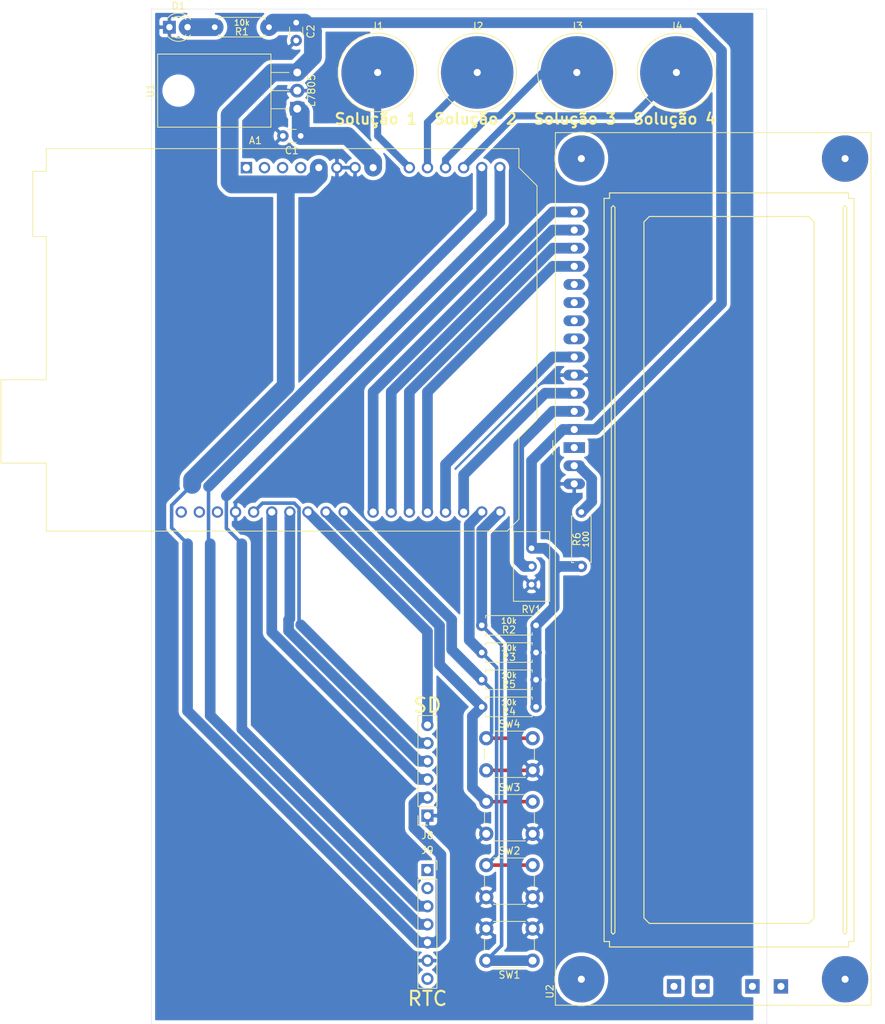
<source format=kicad_pcb>
(kicad_pcb (version 20171130) (host pcbnew "(5.1.9)-1")

  (general
    (thickness 1.6)
    (drawings 4)
    (tracks 155)
    (zones 0)
    (modules 23)
    (nets 46)
  )

  (page A4)
  (layers
    (0 F.Cu signal)
    (31 B.Cu signal)
    (32 B.Adhes user)
    (33 F.Adhes user)
    (34 B.Paste user)
    (35 F.Paste user)
    (36 B.SilkS user)
    (37 F.SilkS user)
    (38 B.Mask user)
    (39 F.Mask user)
    (40 Dwgs.User user)
    (41 Cmts.User user)
    (42 Eco1.User user)
    (43 Eco2.User user)
    (44 Edge.Cuts user)
    (45 Margin user)
    (46 B.CrtYd user)
    (47 F.CrtYd user)
    (48 B.Fab user)
    (49 F.Fab user)
  )

  (setup
    (last_trace_width 0.5)
    (user_trace_width 0.3)
    (user_trace_width 0.5)
    (user_trace_width 0.8)
    (user_trace_width 1)
    (user_trace_width 1.5)
    (user_trace_width 2)
    (user_trace_width 2.5)
    (user_trace_width 3)
    (trace_clearance 0.2)
    (zone_clearance 0.508)
    (zone_45_only no)
    (trace_min 0.2)
    (via_size 0.8)
    (via_drill 0.4)
    (via_min_size 0.4)
    (via_min_drill 0.3)
    (uvia_size 0.3)
    (uvia_drill 0.1)
    (uvias_allowed no)
    (uvia_min_size 0.2)
    (uvia_min_drill 0.1)
    (edge_width 0.05)
    (segment_width 0.2)
    (pcb_text_width 0.3)
    (pcb_text_size 1.5 1.5)
    (mod_edge_width 0.12)
    (mod_text_size 1 1)
    (mod_text_width 0.15)
    (pad_size 6.5 6.5)
    (pad_drill 1)
    (pad_to_mask_clearance 0)
    (aux_axis_origin 0 0)
    (grid_origin 58.42 156.21)
    (visible_elements 7FFFFFFF)
    (pcbplotparams
      (layerselection 0x010fc_ffffffff)
      (usegerberextensions false)
      (usegerberattributes true)
      (usegerberadvancedattributes true)
      (creategerberjobfile true)
      (excludeedgelayer true)
      (linewidth 0.100000)
      (plotframeref false)
      (viasonmask false)
      (mode 1)
      (useauxorigin false)
      (hpglpennumber 1)
      (hpglpenspeed 20)
      (hpglpendiameter 15.000000)
      (psnegative false)
      (psa4output false)
      (plotreference true)
      (plotvalue true)
      (plotinvisibletext false)
      (padsonsilk false)
      (subtractmaskfromsilk false)
      (outputformat 1)
      (mirror false)
      (drillshape 0)
      (scaleselection 1)
      (outputdirectory "gerber/"))
  )

  (net 0 "")
  (net 1 /menos)
  (net 2 /mais)
  (net 3 "Net-(A1-Pad30)")
  (net 4 /scl)
  (net 5 GNDREF)
  (net 6 /sda)
  (net 7 /sck)
  (net 8 /s4)
  (net 9 /miso)
  (net 10 /s3)
  (net 11 /mosi)
  (net 12 /s2)
  (net 13 /cs)
  (net 14 /s1)
  (net 15 /selecionar)
  (net 16 /vin)
  (net 17 /cancelar)
  (net 18 /db7)
  (net 19 /db6)
  (net 20 /db5)
  (net 21 "Net-(A1-Pad4)")
  (net 22 /db4)
  (net 23 "Net-(A1-Pad3)")
  (net 24 /rs)
  (net 25 "Net-(A1-Pad2)")
  (net 26 /e)
  (net 27 "Net-(A1-Pad1)")
  (net 28 "Net-(A1-Pad31)")
  (net 29 "Net-(A1-Pad32)")
  (net 30 /5v)
  (net 31 "Net-(D1-Pad2)")
  (net 32 /bat)
  (net 33 /ds)
  (net 34 /sq)
  (net 35 "Net-(R6-Pad2)")
  (net 36 "Net-(RV1-Pad2)")
  (net 37 "Net-(U2-PadK2)")
  (net 38 "Net-(U2-PadA2)")
  (net 39 "Net-(U2-PadK1)")
  (net 40 "Net-(U2-PadA1)")
  (net 41 "Net-(U2-Pad1)")
  (net 42 "Net-(U2-Pad7)")
  (net 43 "Net-(U2-Pad8)")
  (net 44 "Net-(U2-Pad9)")
  (net 45 "Net-(U2-Pad10)")

  (net_class Default "This is the default net class."
    (clearance 0.2)
    (trace_width 0.3)
    (via_dia 0.8)
    (via_drill 0.4)
    (uvia_dia 0.3)
    (uvia_drill 0.1)
    (add_net /bat)
    (add_net /cancelar)
    (add_net /cs)
    (add_net /db4)
    (add_net /db5)
    (add_net /db6)
    (add_net /db7)
    (add_net /ds)
    (add_net /e)
    (add_net /mais)
    (add_net /menos)
    (add_net /miso)
    (add_net /mosi)
    (add_net /rs)
    (add_net /sck)
    (add_net /scl)
    (add_net /sda)
    (add_net /selecionar)
    (add_net /sq)
    (add_net /vin)
    (add_net GNDREF)
    (add_net "Net-(A1-Pad1)")
    (add_net "Net-(A1-Pad2)")
    (add_net "Net-(A1-Pad3)")
    (add_net "Net-(A1-Pad30)")
    (add_net "Net-(A1-Pad31)")
    (add_net "Net-(A1-Pad32)")
    (add_net "Net-(A1-Pad4)")
    (add_net "Net-(D1-Pad2)")
    (add_net "Net-(R6-Pad2)")
    (add_net "Net-(RV1-Pad2)")
    (add_net "Net-(U2-Pad1)")
    (add_net "Net-(U2-Pad10)")
    (add_net "Net-(U2-Pad7)")
    (add_net "Net-(U2-Pad8)")
    (add_net "Net-(U2-Pad9)")
    (add_net "Net-(U2-PadA1)")
    (add_net "Net-(U2-PadA2)")
    (add_net "Net-(U2-PadK1)")
    (add_net "Net-(U2-PadK2)")
  )

  (net_class opcao1 ""
    (clearance 0.3)
    (trace_width 0.5)
    (via_dia 0.8)
    (via_drill 0.4)
    (uvia_dia 0.3)
    (uvia_drill 0.1)
  )

  (net_class opcao2 ""
    (clearance 0.3)
    (trace_width 0.8)
    (via_dia 0.8)
    (via_drill 0.4)
    (uvia_dia 0.3)
    (uvia_drill 0.1)
  )

  (net_class opcao3 ""
    (clearance 0.3)
    (trace_width 1)
    (via_dia 0.8)
    (via_drill 0.4)
    (uvia_dia 0.3)
    (uvia_drill 0.1)
    (add_net /5v)
  )

  (net_class opcao4 ""
    (clearance 0.5)
    (trace_width 1.5)
    (via_dia 0.8)
    (via_drill 0.4)
    (uvia_dia 0.3)
    (uvia_drill 0.1)
    (add_net /s1)
    (add_net /s2)
    (add_net /s3)
    (add_net /s4)
  )

  (module Module:Arduino_UNO_R3 (layer F.Cu) (tedit 58AB60FC) (tstamp 60C2C329)
    (at 71.755 52.705)
    (descr "Arduino UNO R3, http://www.mouser.com/pdfdocs/Gravitech_Arduino_Nano3_0.pdf")
    (tags "Arduino UNO R3")
    (path /60C9BEE1)
    (fp_text reference A1 (at 1.27 -3.81 180) (layer F.SilkS)
      (effects (font (size 1 1) (thickness 0.15)))
    )
    (fp_text value Arduino_UNO_R3 (at 0 22.86) (layer F.Fab)
      (effects (font (size 1 1) (thickness 0.15)))
    )
    (fp_line (start 38.35 -2.79) (end 38.35 0) (layer F.CrtYd) (width 0.05))
    (fp_line (start 38.35 0) (end 40.89 2.54) (layer F.CrtYd) (width 0.05))
    (fp_line (start 40.89 2.54) (end 40.89 35.31) (layer F.CrtYd) (width 0.05))
    (fp_line (start 40.89 35.31) (end 38.35 37.85) (layer F.CrtYd) (width 0.05))
    (fp_line (start 38.35 37.85) (end 38.35 49.28) (layer F.CrtYd) (width 0.05))
    (fp_line (start 38.35 49.28) (end 36.58 51.05) (layer F.CrtYd) (width 0.05))
    (fp_line (start 36.58 51.05) (end -28.19 51.05) (layer F.CrtYd) (width 0.05))
    (fp_line (start -28.19 51.05) (end -28.19 41.53) (layer F.CrtYd) (width 0.05))
    (fp_line (start -28.19 41.53) (end -34.54 41.53) (layer F.CrtYd) (width 0.05))
    (fp_line (start -34.54 41.53) (end -34.54 29.59) (layer F.CrtYd) (width 0.05))
    (fp_line (start -34.54 29.59) (end -28.19 29.59) (layer F.CrtYd) (width 0.05))
    (fp_line (start -28.19 29.59) (end -28.19 9.78) (layer F.CrtYd) (width 0.05))
    (fp_line (start -28.19 9.78) (end -30.1 9.78) (layer F.CrtYd) (width 0.05))
    (fp_line (start -30.1 9.78) (end -30.1 0.38) (layer F.CrtYd) (width 0.05))
    (fp_line (start -30.1 0.38) (end -28.19 0.38) (layer F.CrtYd) (width 0.05))
    (fp_line (start -28.19 0.38) (end -28.19 -2.79) (layer F.CrtYd) (width 0.05))
    (fp_line (start -28.19 -2.79) (end 38.35 -2.79) (layer F.CrtYd) (width 0.05))
    (fp_line (start 40.77 35.31) (end 40.77 2.54) (layer F.SilkS) (width 0.12))
    (fp_line (start 40.77 2.54) (end 38.23 0) (layer F.SilkS) (width 0.12))
    (fp_line (start 38.23 0) (end 38.23 -2.67) (layer F.SilkS) (width 0.12))
    (fp_line (start 38.23 -2.67) (end -28.07 -2.67) (layer F.SilkS) (width 0.12))
    (fp_line (start -28.07 -2.67) (end -28.07 0.51) (layer F.SilkS) (width 0.12))
    (fp_line (start -28.07 0.51) (end -29.97 0.51) (layer F.SilkS) (width 0.12))
    (fp_line (start -29.97 0.51) (end -29.97 9.65) (layer F.SilkS) (width 0.12))
    (fp_line (start -29.97 9.65) (end -28.07 9.65) (layer F.SilkS) (width 0.12))
    (fp_line (start -28.07 9.65) (end -28.07 29.72) (layer F.SilkS) (width 0.12))
    (fp_line (start -28.07 29.72) (end -34.42 29.72) (layer F.SilkS) (width 0.12))
    (fp_line (start -34.42 29.72) (end -34.42 41.4) (layer F.SilkS) (width 0.12))
    (fp_line (start -34.42 41.4) (end -28.07 41.4) (layer F.SilkS) (width 0.12))
    (fp_line (start -28.07 41.4) (end -28.07 50.93) (layer F.SilkS) (width 0.12))
    (fp_line (start -28.07 50.93) (end 36.58 50.93) (layer F.SilkS) (width 0.12))
    (fp_line (start 36.58 50.93) (end 38.23 49.28) (layer F.SilkS) (width 0.12))
    (fp_line (start 38.23 49.28) (end 38.23 37.85) (layer F.SilkS) (width 0.12))
    (fp_line (start 38.23 37.85) (end 40.77 35.31) (layer F.SilkS) (width 0.12))
    (fp_line (start -34.29 29.84) (end -18.41 29.84) (layer F.Fab) (width 0.1))
    (fp_line (start -18.41 29.84) (end -18.41 41.27) (layer F.Fab) (width 0.1))
    (fp_line (start -18.41 41.27) (end -34.29 41.27) (layer F.Fab) (width 0.1))
    (fp_line (start -34.29 41.27) (end -34.29 29.84) (layer F.Fab) (width 0.1))
    (fp_line (start -29.84 0.64) (end -16.51 0.64) (layer F.Fab) (width 0.1))
    (fp_line (start -16.51 0.64) (end -16.51 9.53) (layer F.Fab) (width 0.1))
    (fp_line (start -16.51 9.53) (end -29.84 9.53) (layer F.Fab) (width 0.1))
    (fp_line (start -29.84 9.53) (end -29.84 0.64) (layer F.Fab) (width 0.1))
    (fp_line (start 38.1 37.85) (end 38.1 49.28) (layer F.Fab) (width 0.1))
    (fp_line (start 40.64 2.54) (end 40.64 35.31) (layer F.Fab) (width 0.1))
    (fp_line (start 40.64 35.31) (end 38.1 37.85) (layer F.Fab) (width 0.1))
    (fp_line (start 38.1 -2.54) (end 38.1 0) (layer F.Fab) (width 0.1))
    (fp_line (start 38.1 0) (end 40.64 2.54) (layer F.Fab) (width 0.1))
    (fp_line (start 38.1 49.28) (end 36.58 50.8) (layer F.Fab) (width 0.1))
    (fp_line (start 36.58 50.8) (end -27.94 50.8) (layer F.Fab) (width 0.1))
    (fp_line (start -27.94 50.8) (end -27.94 -2.54) (layer F.Fab) (width 0.1))
    (fp_line (start -27.94 -2.54) (end 38.1 -2.54) (layer F.Fab) (width 0.1))
    (fp_text user %R (at 0 20.32 180) (layer F.Fab)
      (effects (font (size 1 1) (thickness 0.15)))
    )
    (pad 16 thru_hole oval (at 33.02 48.26 90) (size 1.6 1.6) (drill 1) (layers *.Cu *.Mask)
      (net 1 /menos))
    (pad 15 thru_hole oval (at 35.56 48.26 90) (size 1.6 1.6) (drill 1) (layers *.Cu *.Mask)
      (net 2 /mais))
    (pad 30 thru_hole oval (at -4.06 48.26 90) (size 1.6 1.6) (drill 1) (layers *.Cu *.Mask)
      (net 3 "Net-(A1-Pad30)"))
    (pad 14 thru_hole oval (at 35.56 0 90) (size 1.6 1.6) (drill 1) (layers *.Cu *.Mask)
      (net 4 /scl))
    (pad 29 thru_hole oval (at -1.52 48.26 90) (size 1.6 1.6) (drill 1) (layers *.Cu *.Mask)
      (net 5 GNDREF))
    (pad 13 thru_hole oval (at 33.02 0 90) (size 1.6 1.6) (drill 1) (layers *.Cu *.Mask)
      (net 6 /sda))
    (pad 28 thru_hole oval (at 1.02 48.26 90) (size 1.6 1.6) (drill 1) (layers *.Cu *.Mask)
      (net 7 /sck))
    (pad 12 thru_hole oval (at 30.48 0 90) (size 1.6 1.6) (drill 1) (layers *.Cu *.Mask)
      (net 8 /s4))
    (pad 27 thru_hole oval (at 3.56 48.26 90) (size 1.6 1.6) (drill 1) (layers *.Cu *.Mask)
      (net 9 /miso))
    (pad 11 thru_hole oval (at 27.94 0 90) (size 1.6 1.6) (drill 1) (layers *.Cu *.Mask)
      (net 10 /s3))
    (pad 26 thru_hole oval (at 6.1 48.26 90) (size 1.6 1.6) (drill 1) (layers *.Cu *.Mask)
      (net 11 /mosi))
    (pad 10 thru_hole oval (at 25.4 0 90) (size 1.6 1.6) (drill 1) (layers *.Cu *.Mask)
      (net 12 /s2))
    (pad 25 thru_hole oval (at 8.64 48.26 90) (size 1.6 1.6) (drill 1) (layers *.Cu *.Mask)
      (net 13 /cs))
    (pad 9 thru_hole oval (at 22.86 0 90) (size 1.6 1.6) (drill 1) (layers *.Cu *.Mask)
      (net 14 /s1))
    (pad 24 thru_hole oval (at 11.18 48.26 90) (size 1.6 1.6) (drill 1) (layers *.Cu *.Mask)
      (net 15 /selecionar))
    (pad 8 thru_hole oval (at 17.78 0 90) (size 1.6 1.6) (drill 1) (layers *.Cu *.Mask)
      (net 16 /vin))
    (pad 23 thru_hole oval (at 13.72 48.26 90) (size 1.6 1.6) (drill 1) (layers *.Cu *.Mask)
      (net 17 /cancelar))
    (pad 7 thru_hole oval (at 15.24 0 90) (size 1.6 1.6) (drill 1) (layers *.Cu *.Mask)
      (net 5 GNDREF))
    (pad 22 thru_hole oval (at 17.78 48.26 90) (size 1.6 1.6) (drill 1) (layers *.Cu *.Mask)
      (net 18 /db7))
    (pad 6 thru_hole oval (at 12.7 0 90) (size 1.6 1.6) (drill 1) (layers *.Cu *.Mask)
      (net 5 GNDREF))
    (pad 21 thru_hole oval (at 20.32 48.26 90) (size 1.6 1.6) (drill 1) (layers *.Cu *.Mask)
      (net 19 /db6))
    (pad 5 thru_hole oval (at 10.16 0 90) (size 1.6 1.6) (drill 1) (layers *.Cu *.Mask)
      (net 30 /5v))
    (pad 20 thru_hole oval (at 22.86 48.26 90) (size 1.6 1.6) (drill 1) (layers *.Cu *.Mask)
      (net 20 /db5))
    (pad 4 thru_hole oval (at 7.62 0 90) (size 1.6 1.6) (drill 1) (layers *.Cu *.Mask)
      (net 21 "Net-(A1-Pad4)"))
    (pad 19 thru_hole oval (at 25.4 48.26 90) (size 1.6 1.6) (drill 1) (layers *.Cu *.Mask)
      (net 22 /db4))
    (pad 3 thru_hole oval (at 5.08 0 90) (size 1.6 1.6) (drill 1) (layers *.Cu *.Mask)
      (net 23 "Net-(A1-Pad3)"))
    (pad 18 thru_hole oval (at 27.94 48.26 90) (size 1.6 1.6) (drill 1) (layers *.Cu *.Mask)
      (net 26 /e))
    (pad 2 thru_hole oval (at 2.54 0 90) (size 1.6 1.6) (drill 1) (layers *.Cu *.Mask)
      (net 25 "Net-(A1-Pad2)"))
    (pad 17 thru_hole oval (at 30.48 48.26 90) (size 1.6 1.6) (drill 1) (layers *.Cu *.Mask)
      (net 24 /rs))
    (pad 1 thru_hole rect (at 0 0 90) (size 1.6 1.6) (drill 1) (layers *.Cu *.Mask)
      (net 27 "Net-(A1-Pad1)"))
    (pad 31 thru_hole oval (at -6.6 48.26 90) (size 1.6 1.6) (drill 1) (layers *.Cu *.Mask)
      (net 28 "Net-(A1-Pad31)"))
    (pad 32 thru_hole oval (at -9.14 48.26 90) (size 1.6 1.6) (drill 1) (layers *.Cu *.Mask)
      (net 29 "Net-(A1-Pad32)"))
    (model ${KISYS3DMOD}/Module.3dshapes/Arduino_UNO_R3.wrl
      (at (xyz 0 0 0))
      (scale (xyz 1 1 1))
      (rotate (xyz 0 0 0))
    )
  )

  (module Connector_PinSocket_2.54mm:PinSocket_1x07_P2.54mm_Vertical (layer F.Cu) (tedit 5A19A433) (tstamp 60C35D59)
    (at 97.155 151.13)
    (descr "Through hole straight socket strip, 1x07, 2.54mm pitch, single row (from Kicad 4.0.7), script generated")
    (tags "Through hole socket strip THT 1x07 2.54mm single row")
    (path /60C13D03)
    (fp_text reference J9 (at 0 -2.77) (layer F.SilkS)
      (effects (font (size 1 1) (thickness 0.15)))
    )
    (fp_text value RTC (at 0 18.01) (layer F.SilkS)
      (effects (font (size 2 2) (thickness 0.3)))
    )
    (fp_line (start -1.27 -1.27) (end 0.635 -1.27) (layer F.Fab) (width 0.1))
    (fp_line (start 0.635 -1.27) (end 1.27 -0.635) (layer F.Fab) (width 0.1))
    (fp_line (start 1.27 -0.635) (end 1.27 16.51) (layer F.Fab) (width 0.1))
    (fp_line (start 1.27 16.51) (end -1.27 16.51) (layer F.Fab) (width 0.1))
    (fp_line (start -1.27 16.51) (end -1.27 -1.27) (layer F.Fab) (width 0.1))
    (fp_line (start -1.33 1.27) (end 1.33 1.27) (layer F.SilkS) (width 0.12))
    (fp_line (start -1.33 1.27) (end -1.33 16.57) (layer F.SilkS) (width 0.12))
    (fp_line (start -1.33 16.57) (end 1.33 16.57) (layer F.SilkS) (width 0.12))
    (fp_line (start 1.33 1.27) (end 1.33 16.57) (layer F.SilkS) (width 0.12))
    (fp_line (start 1.33 -1.33) (end 1.33 0) (layer F.SilkS) (width 0.12))
    (fp_line (start 0 -1.33) (end 1.33 -1.33) (layer F.SilkS) (width 0.12))
    (fp_line (start -1.8 -1.8) (end 1.75 -1.8) (layer F.CrtYd) (width 0.05))
    (fp_line (start 1.75 -1.8) (end 1.75 17) (layer F.CrtYd) (width 0.05))
    (fp_line (start 1.75 17) (end -1.8 17) (layer F.CrtYd) (width 0.05))
    (fp_line (start -1.8 17) (end -1.8 -1.8) (layer F.CrtYd) (width 0.05))
    (fp_text user %R (at 0 7.62 -270) (layer F.Fab)
      (effects (font (size 1 1) (thickness 0.15)))
    )
    (pad 7 thru_hole oval (at 0 15.24) (size 1.7 1.7) (drill 1) (layers *.Cu *.Mask)
      (net 32 /bat))
    (pad 6 thru_hole oval (at 0 12.7) (size 1.7 1.7) (drill 1) (layers *.Cu *.Mask)
      (net 5 GNDREF))
    (pad 5 thru_hole oval (at 0 10.16) (size 1.7 1.7) (drill 1) (layers *.Cu *.Mask)
      (net 30 /5v))
    (pad 4 thru_hole oval (at 0 7.62) (size 1.7 1.7) (drill 1) (layers *.Cu *.Mask)
      (net 6 /sda))
    (pad 3 thru_hole oval (at 0 5.08) (size 1.7 1.7) (drill 1) (layers *.Cu *.Mask)
      (net 4 /scl))
    (pad 2 thru_hole oval (at 0 2.54) (size 1.7 1.7) (drill 1) (layers *.Cu *.Mask)
      (net 33 /ds))
    (pad 1 thru_hole rect (at 0 0) (size 1.7 1.7) (drill 1) (layers *.Cu *.Mask)
      (net 34 /sq))
    (model ${KISYS3DMOD}/Connector_PinSocket_2.54mm.3dshapes/PinSocket_1x07_P2.54mm_Vertical.wrl
      (at (xyz 0 0 0))
      (scale (xyz 1 1 1))
      (rotate (xyz 0 0 0))
    )
  )

  (module Display:LCD-016N002L (layer F.Cu) (tedit 60C2756A) (tstamp 60C2CB51)
    (at 117.745 91.935 90)
    (descr "16 x 2 Character LCD, http://www.vishay.com/product?docid=37299")
    (tags "LCD-016N002L 16 x 2 Character LCD")
    (path /60C27152)
    (fp_text reference U2 (at -76.21 -3.41 270) (layer F.SilkS)
      (effects (font (size 1 1) (thickness 0.15)))
    )
    (fp_text value LCD-016N002L (at -72.59 42.76 270) (layer F.Fab)
      (effects (font (size 1 1) (thickness 0.15)))
    )
    (fp_line (start -78.14 41.64) (end 44.14 41.64) (layer F.SilkS) (width 0.12))
    (fp_line (start 44.14 -2.64) (end 44.14 41.64) (layer F.SilkS) (width 0.12))
    (fp_line (start 1 -2.5) (end 44 -2.5) (layer F.Fab) (width 0.1))
    (fp_line (start 0 -1.5) (end -1 -2.5) (layer F.Fab) (width 0.1))
    (fp_line (start 1 -2.5) (end 0 -1.5) (layer F.Fab) (width 0.1))
    (fp_line (start -1 -3) (end 1 -3) (layer F.SilkS) (width 0.12))
    (fp_line (start 44.14 -2.64) (end -78.14 -2.64) (layer F.SilkS) (width 0.12))
    (fp_line (start -78.14 -2.64) (end -78.14 41.64) (layer F.SilkS) (width 0.12))
    (fp_line (start 44.25 -2.75) (end 44.25 41.75) (layer F.CrtYd) (width 0.05))
    (fp_line (start -78.25 41.75) (end 44.25 41.75) (layer F.CrtYd) (width 0.05))
    (fp_line (start -78.25 -2.75) (end -78.25 41.75) (layer F.CrtYd) (width 0.05))
    (fp_line (start -78.25 -2.75) (end 44.25 -2.75) (layer F.CrtYd) (width 0.05))
    (fp_line (start 33.655 5.207) (end -67.945 5.207) (layer F.SilkS) (width 0.15))
    (fp_line (start -67.945 5.207) (end -68.199 5.461) (layer F.SilkS) (width 0.15))
    (fp_line (start -68.199 5.461) (end -67.945 5.715) (layer F.SilkS) (width 0.15))
    (fp_line (start -67.945 5.715) (end 33.655 5.715) (layer F.SilkS) (width 0.15))
    (fp_line (start 33.655 5.207) (end 33.909 5.461) (layer F.SilkS) (width 0.15))
    (fp_line (start 33.909 5.461) (end 33.655 5.715) (layer F.SilkS) (width 0.15))
    (fp_line (start 33.655 38.227) (end 33.909 37.973) (layer F.SilkS) (width 0.15))
    (fp_line (start 33.909 37.973) (end 33.655 37.719) (layer F.SilkS) (width 0.15))
    (fp_line (start 33.655 37.719) (end -67.945 37.719) (layer F.SilkS) (width 0.15))
    (fp_line (start -67.945 37.719) (end -68.199 37.973) (layer F.SilkS) (width 0.15))
    (fp_line (start -68.199 37.973) (end -67.945 38.227) (layer F.SilkS) (width 0.15))
    (fp_line (start -67.945 38.227) (end 33.655 38.227) (layer F.SilkS) (width 0.15))
    (fp_line (start 32.385 10.541) (end 32.385 32.893) (layer F.SilkS) (width 0.15))
    (fp_line (start -65.913 9.779) (end 31.623 9.779) (layer F.SilkS) (width 0.15))
    (fp_line (start -66.675 32.893) (end -66.675 10.541) (layer F.SilkS) (width 0.15))
    (fp_line (start 31.623 33.655) (end -65.913 33.655) (layer F.SilkS) (width 0.15))
    (fp_line (start 31.623 9.779) (end 32.385 10.541) (layer F.SilkS) (width 0.15))
    (fp_line (start -66.675 10.541) (end -65.913 9.779) (layer F.SilkS) (width 0.15))
    (fp_line (start -65.913 33.655) (end -66.675 32.893) (layer F.SilkS) (width 0.15))
    (fp_line (start 32.385 32.893) (end 31.623 33.655) (layer F.SilkS) (width 0.15))
    (fp_line (start -69.977 4.953) (end -69.977 38.481) (layer F.SilkS) (width 0.15))
    (fp_line (start 34.925 4.191) (end -69.215 4.191) (layer F.SilkS) (width 0.15))
    (fp_line (start 35.687 38.481) (end 35.687 4.953) (layer F.SilkS) (width 0.15))
    (fp_line (start -69.215 39.243) (end 34.925 39.243) (layer F.SilkS) (width 0.15))
    (fp_line (start 34.925 4.191) (end 34.925 4.953) (layer F.SilkS) (width 0.15))
    (fp_line (start 34.925 4.953) (end 35.687 4.953) (layer F.SilkS) (width 0.15))
    (fp_line (start -69.215 4.191) (end -69.215 4.953) (layer F.SilkS) (width 0.15))
    (fp_line (start -69.215 4.953) (end -69.977 4.953) (layer F.SilkS) (width 0.15))
    (fp_line (start -69.215 39.243) (end -69.215 38.481) (layer F.SilkS) (width 0.15))
    (fp_line (start -69.215 38.481) (end -69.977 38.481) (layer F.SilkS) (width 0.15))
    (fp_line (start 35.687 38.481) (end 34.925 38.481) (layer F.SilkS) (width 0.15))
    (fp_line (start 34.925 38.481) (end 34.925 39.243) (layer F.SilkS) (width 0.15))
    (fp_line (start 44 -2.5) (end 44 41.5) (layer F.Fab) (width 0.1))
    (fp_line (start 44 41.5) (end -78 41.5) (layer F.Fab) (width 0.1))
    (fp_line (start -78 41.5) (end -78 -2.5) (layer F.Fab) (width 0.1))
    (fp_line (start -78 -2.5) (end -1 -2.5) (layer F.Fab) (width 0.1))
    (fp_text user %R (at -19.6 22.12 90) (layer F.Fab)
      (effects (font (size 1 1) (thickness 0.1)))
    )
    (pad K2 thru_hole rect (at -75.5 29 270) (size 2 2) (drill 1) (layers *.Cu *.Mask)
      (net 37 "Net-(U2-PadK2)"))
    (pad A2 thru_hole rect (at -75.5 25 270) (size 2 2) (drill 1) (layers *.Cu *.Mask)
      (net 38 "Net-(U2-PadA2)"))
    (pad K1 thru_hole rect (at -75.5 18 270) (size 2 2) (drill 1) (layers *.Cu *.Mask)
      (net 39 "Net-(U2-PadK1)"))
    (pad A1 thru_hole rect (at -75.5 14 270) (size 2 2) (drill 1) (layers *.Cu *.Mask)
      (net 40 "Net-(U2-PadA1)"))
    (pad "" thru_hole circle (at 40.5 38 270) (size 6.5 6.5) (drill 1) (layers *.Cu *.Mask))
    (pad "" thru_hole circle (at 40.5 1 270) (size 6.5 6.5) (drill 1) (layers *.Cu *.Mask))
    (pad "" thru_hole circle (at -74.5 38 270) (size 6.5 6.5) (drill 1) (layers *.Cu *.Mask))
    (pad "" thru_hole circle (at -74.5 1 270) (size 6.5 6.5) (drill 1) (layers *.Cu *.Mask))
    (pad 16 thru_hole oval (at -5.08 0 270) (size 1.5 3) (drill 1) (layers *.Cu *.Mask)
      (net 5 GNDREF))
    (pad 15 thru_hole oval (at -2.54 0 270) (size 1.5 3) (drill 1) (layers *.Cu *.Mask)
      (net 35 "Net-(R6-Pad2)"))
    (pad 1 thru_hole rect (at 0 0 270) (size 1.5 3) (drill 1) (layers *.Cu *.Mask)
      (net 41 "Net-(U2-Pad1)"))
    (pad 2 thru_hole oval (at 2.54 0 270) (size 1.5 3) (drill 1) (layers *.Cu *.Mask)
      (net 30 /5v))
    (pad 3 thru_hole oval (at 5.08 0 270) (size 1.5 3) (drill 1) (layers *.Cu *.Mask)
      (net 36 "Net-(RV1-Pad2)"))
    (pad 4 thru_hole oval (at 7.62 0 270) (size 1.5 3) (drill 1) (layers *.Cu *.Mask)
      (net 24 /rs))
    (pad 5 thru_hole oval (at 10.16 0 270) (size 1.5 3) (drill 1) (layers *.Cu *.Mask)
      (net 5 GNDREF))
    (pad 6 thru_hole oval (at 12.7 0 270) (size 1.5 3) (drill 1) (layers *.Cu *.Mask)
      (net 26 /e))
    (pad 7 thru_hole oval (at 15.24 0 270) (size 1.5 3) (drill 1) (layers *.Cu *.Mask)
      (net 42 "Net-(U2-Pad7)"))
    (pad 8 thru_hole oval (at 17.78 0 270) (size 1.5 3) (drill 1) (layers *.Cu *.Mask)
      (net 43 "Net-(U2-Pad8)"))
    (pad 9 thru_hole oval (at 20.32 0 270) (size 1.5 3) (drill 1) (layers *.Cu *.Mask)
      (net 44 "Net-(U2-Pad9)"))
    (pad 10 thru_hole oval (at 22.86 0 270) (size 1.5 3) (drill 1) (layers *.Cu *.Mask)
      (net 45 "Net-(U2-Pad10)"))
    (pad 11 thru_hole oval (at 25.4 0 270) (size 1.5 3) (drill 1) (layers *.Cu *.Mask)
      (net 22 /db4))
    (pad 12 thru_hole oval (at 27.94 0 270) (size 1.5 3) (drill 1) (layers *.Cu *.Mask)
      (net 20 /db5))
    (pad 13 thru_hole oval (at 30.48 0 270) (size 1.5 3) (drill 1) (layers *.Cu *.Mask)
      (net 19 /db6))
    (pad 14 thru_hole oval (at 33.02 0 270) (size 1.5 3) (drill 1) (layers *.Cu *.Mask)
      (net 18 /db7))
    (model ${KISYS3DMOD}/Display.3dshapes/LCD-016N002L.wrl
      (at (xyz 0 0 0))
      (scale (xyz 1 1 1))
      (rotate (xyz 0 0 0))
    )
  )

  (module Package_TO_SOT_THT:TO-220-3_Horizontal_TabDown (layer F.Cu) (tedit 60A487C8) (tstamp 60C352E9)
    (at 78.89 44.45 90)
    (descr "TO-220-3, Horizontal, RM 2.54mm, see https://www.vishay.com/docs/66542/to-220-1.pdf")
    (tags "TO-220-3 Horizontal RM 2.54mm")
    (path /60C17907)
    (fp_text reference U1 (at 2.54 -20.58 90) (layer F.SilkS)
      (effects (font (size 1 1) (thickness 0.15)))
    )
    (fp_text value L7805 (at 2.54 2 90) (layer F.SilkS)
      (effects (font (size 1 1) (thickness 0.15)))
    )
    (fp_line (start 7.79 -19.71) (end -2.71 -19.71) (layer F.CrtYd) (width 0.05))
    (fp_line (start 7.79 1.25) (end 7.79 -19.71) (layer F.CrtYd) (width 0.05))
    (fp_line (start -2.71 1.25) (end 7.79 1.25) (layer F.CrtYd) (width 0.05))
    (fp_line (start -2.71 -19.71) (end -2.71 1.25) (layer F.CrtYd) (width 0.05))
    (fp_line (start 5.08 -3.69) (end 5.08 -1.15) (layer F.SilkS) (width 0.12))
    (fp_line (start 2.54 -3.69) (end 2.54 -1.15) (layer F.SilkS) (width 0.12))
    (fp_line (start 0 -3.69) (end 0 -1.15) (layer F.SilkS) (width 0.12))
    (fp_line (start 7.66 -19.58) (end 7.66 -3.69) (layer F.SilkS) (width 0.12))
    (fp_line (start -2.58 -19.58) (end -2.58 -3.69) (layer F.SilkS) (width 0.12))
    (fp_line (start -2.58 -19.58) (end 7.66 -19.58) (layer F.SilkS) (width 0.12))
    (fp_line (start -2.58 -3.69) (end 7.66 -3.69) (layer F.SilkS) (width 0.12))
    (fp_line (start 5.08 -3.81) (end 5.08 0) (layer F.Fab) (width 0.1))
    (fp_line (start 2.54 -3.81) (end 2.54 0) (layer F.Fab) (width 0.1))
    (fp_line (start 0 -3.81) (end 0 0) (layer F.Fab) (width 0.1))
    (fp_line (start 7.54 -3.81) (end -2.46 -3.81) (layer F.Fab) (width 0.1))
    (fp_line (start 7.54 -13.06) (end 7.54 -3.81) (layer F.Fab) (width 0.1))
    (fp_line (start -2.46 -13.06) (end 7.54 -13.06) (layer F.Fab) (width 0.1))
    (fp_line (start -2.46 -3.81) (end -2.46 -13.06) (layer F.Fab) (width 0.1))
    (fp_line (start 7.54 -13.06) (end -2.46 -13.06) (layer F.Fab) (width 0.1))
    (fp_line (start 7.54 -19.46) (end 7.54 -13.06) (layer F.Fab) (width 0.1))
    (fp_line (start -2.46 -19.46) (end 7.54 -19.46) (layer F.Fab) (width 0.1))
    (fp_line (start -2.46 -13.06) (end -2.46 -19.46) (layer F.Fab) (width 0.1))
    (fp_circle (center 2.54 -16.66) (end 4.39 -16.66) (layer F.Fab) (width 0.1))
    (fp_text user %R (at 2.54 -20.58 90) (layer F.Fab)
      (effects (font (size 1 1) (thickness 0.15)))
    )
    (pad 3 thru_hole oval (at 5.08 0 90) (size 1.905 2) (drill 1.1) (layers *.Cu *.Mask)
      (net 30 /5v))
    (pad 2 thru_hole oval (at 2.54 0 90) (size 1.905 2) (drill 1.1) (layers *.Cu *.Mask)
      (net 5 GNDREF))
    (pad 1 thru_hole rect (at 0 0 90) (size 1.905 2) (drill 1.1) (layers *.Cu *.Mask)
      (net 16 /vin))
    (pad "" np_thru_hole oval (at 2.54 -16.66 90) (size 3.5 3.5) (drill 3.5) (layers *.Cu *.Mask))
    (model ${KISYS3DMOD}/Package_TO_SOT_THT.3dshapes/TO-220-3_Horizontal_TabDown.wrl
      (at (xyz 0 0 0))
      (scale (xyz 1 1 1))
      (rotate (xyz 0 0 0))
    )
  )

  (module Button_Switch_THT:SW_PUSH_6mm (layer F.Cu) (tedit 5A02FE31) (tstamp 60C34B50)
    (at 105.41 132.66)
    (descr https://www.omron.com/ecb/products/pdf/en-b3f.pdf)
    (tags "tact sw push 6mm")
    (path /60C4B4E4)
    (fp_text reference SW4 (at 3.25 -2) (layer F.SilkS)
      (effects (font (size 1 1) (thickness 0.15)))
    )
    (fp_text value cancelar (at 3.75 6.7) (layer F.Fab)
      (effects (font (size 1 1) (thickness 0.15)))
    )
    (fp_line (start 3.25 -0.75) (end 6.25 -0.75) (layer F.Fab) (width 0.1))
    (fp_line (start 6.25 -0.75) (end 6.25 5.25) (layer F.Fab) (width 0.1))
    (fp_line (start 6.25 5.25) (end 0.25 5.25) (layer F.Fab) (width 0.1))
    (fp_line (start 0.25 5.25) (end 0.25 -0.75) (layer F.Fab) (width 0.1))
    (fp_line (start 0.25 -0.75) (end 3.25 -0.75) (layer F.Fab) (width 0.1))
    (fp_line (start 7.75 6) (end 8 6) (layer F.CrtYd) (width 0.05))
    (fp_line (start 8 6) (end 8 5.75) (layer F.CrtYd) (width 0.05))
    (fp_line (start 7.75 -1.5) (end 8 -1.5) (layer F.CrtYd) (width 0.05))
    (fp_line (start 8 -1.5) (end 8 -1.25) (layer F.CrtYd) (width 0.05))
    (fp_line (start -1.5 -1.25) (end -1.5 -1.5) (layer F.CrtYd) (width 0.05))
    (fp_line (start -1.5 -1.5) (end -1.25 -1.5) (layer F.CrtYd) (width 0.05))
    (fp_line (start -1.5 5.75) (end -1.5 6) (layer F.CrtYd) (width 0.05))
    (fp_line (start -1.5 6) (end -1.25 6) (layer F.CrtYd) (width 0.05))
    (fp_line (start -1.25 -1.5) (end 7.75 -1.5) (layer F.CrtYd) (width 0.05))
    (fp_line (start -1.5 5.75) (end -1.5 -1.25) (layer F.CrtYd) (width 0.05))
    (fp_line (start 7.75 6) (end -1.25 6) (layer F.CrtYd) (width 0.05))
    (fp_line (start 8 -1.25) (end 8 5.75) (layer F.CrtYd) (width 0.05))
    (fp_line (start 1 5.5) (end 5.5 5.5) (layer F.SilkS) (width 0.12))
    (fp_line (start -0.25 1.5) (end -0.25 3) (layer F.SilkS) (width 0.12))
    (fp_line (start 5.5 -1) (end 1 -1) (layer F.SilkS) (width 0.12))
    (fp_line (start 6.75 3) (end 6.75 1.5) (layer F.SilkS) (width 0.12))
    (fp_circle (center 3.25 2.25) (end 1.25 2.5) (layer F.Fab) (width 0.1))
    (fp_text user %R (at 3.25 2.25) (layer F.Fab)
      (effects (font (size 1 1) (thickness 0.15)))
    )
    (pad 1 thru_hole circle (at 6.5 0 90) (size 2 2) (drill 1.1) (layers *.Cu *.Mask)
      (net 17 /cancelar))
    (pad 2 thru_hole circle (at 6.5 4.5 90) (size 2 2) (drill 1.1) (layers *.Cu *.Mask)
      (net 5 GNDREF))
    (pad 1 thru_hole circle (at 0 0 90) (size 2 2) (drill 1.1) (layers *.Cu *.Mask)
      (net 17 /cancelar))
    (pad 2 thru_hole circle (at 0 4.5 90) (size 2 2) (drill 1.1) (layers *.Cu *.Mask)
      (net 5 GNDREF))
    (model ${KISYS3DMOD}/Button_Switch_THT.3dshapes/SW_PUSH_6mm.wrl
      (at (xyz 0 0 0))
      (scale (xyz 1 1 1))
      (rotate (xyz 0 0 0))
    )
  )

  (module Button_Switch_THT:SW_PUSH_6mm (layer F.Cu) (tedit 5A02FE31) (tstamp 60C36C45)
    (at 105.41 141.55)
    (descr https://www.omron.com/ecb/products/pdf/en-b3f.pdf)
    (tags "tact sw push 6mm")
    (path /60C4B08D)
    (fp_text reference SW3 (at 3.25 -2) (layer F.SilkS)
      (effects (font (size 1 1) (thickness 0.15)))
    )
    (fp_text value selecionar (at 3.75 6.7) (layer F.Fab)
      (effects (font (size 1 1) (thickness 0.15)))
    )
    (fp_line (start 3.25 -0.75) (end 6.25 -0.75) (layer F.Fab) (width 0.1))
    (fp_line (start 6.25 -0.75) (end 6.25 5.25) (layer F.Fab) (width 0.1))
    (fp_line (start 6.25 5.25) (end 0.25 5.25) (layer F.Fab) (width 0.1))
    (fp_line (start 0.25 5.25) (end 0.25 -0.75) (layer F.Fab) (width 0.1))
    (fp_line (start 0.25 -0.75) (end 3.25 -0.75) (layer F.Fab) (width 0.1))
    (fp_line (start 7.75 6) (end 8 6) (layer F.CrtYd) (width 0.05))
    (fp_line (start 8 6) (end 8 5.75) (layer F.CrtYd) (width 0.05))
    (fp_line (start 7.75 -1.5) (end 8 -1.5) (layer F.CrtYd) (width 0.05))
    (fp_line (start 8 -1.5) (end 8 -1.25) (layer F.CrtYd) (width 0.05))
    (fp_line (start -1.5 -1.25) (end -1.5 -1.5) (layer F.CrtYd) (width 0.05))
    (fp_line (start -1.5 -1.5) (end -1.25 -1.5) (layer F.CrtYd) (width 0.05))
    (fp_line (start -1.5 5.75) (end -1.5 6) (layer F.CrtYd) (width 0.05))
    (fp_line (start -1.5 6) (end -1.25 6) (layer F.CrtYd) (width 0.05))
    (fp_line (start -1.25 -1.5) (end 7.75 -1.5) (layer F.CrtYd) (width 0.05))
    (fp_line (start -1.5 5.75) (end -1.5 -1.25) (layer F.CrtYd) (width 0.05))
    (fp_line (start 7.75 6) (end -1.25 6) (layer F.CrtYd) (width 0.05))
    (fp_line (start 8 -1.25) (end 8 5.75) (layer F.CrtYd) (width 0.05))
    (fp_line (start 1 5.5) (end 5.5 5.5) (layer F.SilkS) (width 0.12))
    (fp_line (start -0.25 1.5) (end -0.25 3) (layer F.SilkS) (width 0.12))
    (fp_line (start 5.5 -1) (end 1 -1) (layer F.SilkS) (width 0.12))
    (fp_line (start 6.75 3) (end 6.75 1.5) (layer F.SilkS) (width 0.12))
    (fp_circle (center 3.25 2.25) (end 1.25 2.5) (layer F.Fab) (width 0.1))
    (fp_text user %R (at 3.25 2.25) (layer F.Fab)
      (effects (font (size 1 1) (thickness 0.15)))
    )
    (pad 1 thru_hole circle (at 6.5 0 90) (size 2 2) (drill 1.1) (layers *.Cu *.Mask)
      (net 15 /selecionar))
    (pad 2 thru_hole circle (at 6.5 4.5 90) (size 2 2) (drill 1.1) (layers *.Cu *.Mask)
      (net 5 GNDREF))
    (pad 1 thru_hole circle (at 0 0 90) (size 2 2) (drill 1.1) (layers *.Cu *.Mask)
      (net 15 /selecionar))
    (pad 2 thru_hole circle (at 0 4.5 90) (size 2 2) (drill 1.1) (layers *.Cu *.Mask)
      (net 5 GNDREF))
    (model ${KISYS3DMOD}/Button_Switch_THT.3dshapes/SW_PUSH_6mm.wrl
      (at (xyz 0 0 0))
      (scale (xyz 1 1 1))
      (rotate (xyz 0 0 0))
    )
  )

  (module Button_Switch_THT:SW_PUSH_6mm (layer F.Cu) (tedit 5A02FE31) (tstamp 60C36AF2)
    (at 105.41 150.44)
    (descr https://www.omron.com/ecb/products/pdf/en-b3f.pdf)
    (tags "tact sw push 6mm")
    (path /60C4AC5C)
    (fp_text reference SW2 (at 3.25 -2) (layer F.SilkS)
      (effects (font (size 1 1) (thickness 0.15)))
    )
    (fp_text value menos (at 3.75 6.7) (layer F.Fab)
      (effects (font (size 1 1) (thickness 0.15)))
    )
    (fp_line (start 3.25 -0.75) (end 6.25 -0.75) (layer F.Fab) (width 0.1))
    (fp_line (start 6.25 -0.75) (end 6.25 5.25) (layer F.Fab) (width 0.1))
    (fp_line (start 6.25 5.25) (end 0.25 5.25) (layer F.Fab) (width 0.1))
    (fp_line (start 0.25 5.25) (end 0.25 -0.75) (layer F.Fab) (width 0.1))
    (fp_line (start 0.25 -0.75) (end 3.25 -0.75) (layer F.Fab) (width 0.1))
    (fp_line (start 7.75 6) (end 8 6) (layer F.CrtYd) (width 0.05))
    (fp_line (start 8 6) (end 8 5.75) (layer F.CrtYd) (width 0.05))
    (fp_line (start 7.75 -1.5) (end 8 -1.5) (layer F.CrtYd) (width 0.05))
    (fp_line (start 8 -1.5) (end 8 -1.25) (layer F.CrtYd) (width 0.05))
    (fp_line (start -1.5 -1.25) (end -1.5 -1.5) (layer F.CrtYd) (width 0.05))
    (fp_line (start -1.5 -1.5) (end -1.25 -1.5) (layer F.CrtYd) (width 0.05))
    (fp_line (start -1.5 5.75) (end -1.5 6) (layer F.CrtYd) (width 0.05))
    (fp_line (start -1.5 6) (end -1.25 6) (layer F.CrtYd) (width 0.05))
    (fp_line (start -1.25 -1.5) (end 7.75 -1.5) (layer F.CrtYd) (width 0.05))
    (fp_line (start -1.5 5.75) (end -1.5 -1.25) (layer F.CrtYd) (width 0.05))
    (fp_line (start 7.75 6) (end -1.25 6) (layer F.CrtYd) (width 0.05))
    (fp_line (start 8 -1.25) (end 8 5.75) (layer F.CrtYd) (width 0.05))
    (fp_line (start 1 5.5) (end 5.5 5.5) (layer F.SilkS) (width 0.12))
    (fp_line (start -0.25 1.5) (end -0.25 3) (layer F.SilkS) (width 0.12))
    (fp_line (start 5.5 -1) (end 1 -1) (layer F.SilkS) (width 0.12))
    (fp_line (start 6.75 3) (end 6.75 1.5) (layer F.SilkS) (width 0.12))
    (fp_circle (center 3.25 2.25) (end 1.25 2.5) (layer F.Fab) (width 0.1))
    (fp_text user %R (at 3.25 2.25) (layer F.Fab)
      (effects (font (size 1 1) (thickness 0.15)))
    )
    (pad 1 thru_hole circle (at 6.5 0 90) (size 2 2) (drill 1.1) (layers *.Cu *.Mask)
      (net 1 /menos))
    (pad 2 thru_hole circle (at 6.5 4.5 90) (size 2 2) (drill 1.1) (layers *.Cu *.Mask)
      (net 5 GNDREF))
    (pad 1 thru_hole circle (at 0 0 90) (size 2 2) (drill 1.1) (layers *.Cu *.Mask)
      (net 1 /menos))
    (pad 2 thru_hole circle (at 0 4.5 90) (size 2 2) (drill 1.1) (layers *.Cu *.Mask)
      (net 5 GNDREF))
    (model ${KISYS3DMOD}/Button_Switch_THT.3dshapes/SW_PUSH_6mm.wrl
      (at (xyz 0 0 0))
      (scale (xyz 1 1 1))
      (rotate (xyz 0 0 0))
    )
  )

  (module Button_Switch_THT:SW_PUSH_6mm (layer F.Cu) (tedit 5A02FE31) (tstamp 60C2FFF6)
    (at 111.91 163.83 180)
    (descr https://www.omron.com/ecb/products/pdf/en-b3f.pdf)
    (tags "tact sw push 6mm")
    (path /60C14E2B)
    (fp_text reference SW1 (at 3.25 -2) (layer F.SilkS)
      (effects (font (size 1 1) (thickness 0.15)))
    )
    (fp_text value mais (at 3.75 6.7) (layer F.Fab)
      (effects (font (size 1 1) (thickness 0.15)))
    )
    (fp_line (start 3.25 -0.75) (end 6.25 -0.75) (layer F.Fab) (width 0.1))
    (fp_line (start 6.25 -0.75) (end 6.25 5.25) (layer F.Fab) (width 0.1))
    (fp_line (start 6.25 5.25) (end 0.25 5.25) (layer F.Fab) (width 0.1))
    (fp_line (start 0.25 5.25) (end 0.25 -0.75) (layer F.Fab) (width 0.1))
    (fp_line (start 0.25 -0.75) (end 3.25 -0.75) (layer F.Fab) (width 0.1))
    (fp_line (start 7.75 6) (end 8 6) (layer F.CrtYd) (width 0.05))
    (fp_line (start 8 6) (end 8 5.75) (layer F.CrtYd) (width 0.05))
    (fp_line (start 7.75 -1.5) (end 8 -1.5) (layer F.CrtYd) (width 0.05))
    (fp_line (start 8 -1.5) (end 8 -1.25) (layer F.CrtYd) (width 0.05))
    (fp_line (start -1.5 -1.25) (end -1.5 -1.5) (layer F.CrtYd) (width 0.05))
    (fp_line (start -1.5 -1.5) (end -1.25 -1.5) (layer F.CrtYd) (width 0.05))
    (fp_line (start -1.5 5.75) (end -1.5 6) (layer F.CrtYd) (width 0.05))
    (fp_line (start -1.5 6) (end -1.25 6) (layer F.CrtYd) (width 0.05))
    (fp_line (start -1.25 -1.5) (end 7.75 -1.5) (layer F.CrtYd) (width 0.05))
    (fp_line (start -1.5 5.75) (end -1.5 -1.25) (layer F.CrtYd) (width 0.05))
    (fp_line (start 7.75 6) (end -1.25 6) (layer F.CrtYd) (width 0.05))
    (fp_line (start 8 -1.25) (end 8 5.75) (layer F.CrtYd) (width 0.05))
    (fp_line (start 1 5.5) (end 5.5 5.5) (layer F.SilkS) (width 0.12))
    (fp_line (start -0.25 1.5) (end -0.25 3) (layer F.SilkS) (width 0.12))
    (fp_line (start 5.5 -1) (end 1 -1) (layer F.SilkS) (width 0.12))
    (fp_line (start 6.75 3) (end 6.75 1.5) (layer F.SilkS) (width 0.12))
    (fp_circle (center 3.25 2.25) (end 1.25 2.5) (layer F.Fab) (width 0.1))
    (fp_text user %R (at 3.25 2.25) (layer F.Fab)
      (effects (font (size 1 1) (thickness 0.15)))
    )
    (pad 1 thru_hole circle (at 6.5 0 270) (size 2 2) (drill 1.1) (layers *.Cu *.Mask)
      (net 2 /mais))
    (pad 2 thru_hole circle (at 6.5 4.5 270) (size 2 2) (drill 1.1) (layers *.Cu *.Mask)
      (net 5 GNDREF))
    (pad 1 thru_hole circle (at 0 0 270) (size 2 2) (drill 1.1) (layers *.Cu *.Mask)
      (net 2 /mais))
    (pad 2 thru_hole circle (at 0 4.5 270) (size 2 2) (drill 1.1) (layers *.Cu *.Mask)
      (net 5 GNDREF))
    (model ${KISYS3DMOD}/Button_Switch_THT.3dshapes/SW_PUSH_6mm.wrl
      (at (xyz 0 0 0))
      (scale (xyz 1 1 1))
      (rotate (xyz 0 0 0))
    )
  )

  (module Potentiometer_THT:Potentiometer_Bourns_3386C_Horizontal (layer F.Cu) (tedit 5AA07388) (tstamp 60C3697A)
    (at 111.76 111.125 180)
    (descr "Potentiometer, horizontal, Bourns 3386C, https://www.bourns.com/pdfs/3386.pdf")
    (tags "Potentiometer horizontal Bourns 3386C")
    (path /60C29021)
    (fp_text reference RV1 (at 0 -3.475) (layer F.SilkS)
      (effects (font (size 1 1) (thickness 0.15)))
    )
    (fp_text value 10k (at 0 8.555) (layer F.Fab)
      (effects (font (size 1 1) (thickness 0.15)))
    )
    (fp_line (start 2.415 -2.225) (end 2.415 7.305) (layer F.Fab) (width 0.1))
    (fp_line (start 2.415 7.305) (end -2.415 7.305) (layer F.Fab) (width 0.1))
    (fp_line (start -2.415 7.305) (end -2.415 -2.225) (layer F.Fab) (width 0.1))
    (fp_line (start -2.415 -2.225) (end 2.415 -2.225) (layer F.Fab) (width 0.1))
    (fp_line (start -2.535 -2.345) (end 2.535 -2.345) (layer F.SilkS) (width 0.12))
    (fp_line (start -2.535 7.425) (end 2.535 7.425) (layer F.SilkS) (width 0.12))
    (fp_line (start 2.535 -2.345) (end 2.535 7.425) (layer F.SilkS) (width 0.12))
    (fp_line (start -2.535 -2.345) (end -2.535 7.425) (layer F.SilkS) (width 0.12))
    (fp_line (start -2.67 -2.48) (end -2.67 7.56) (layer F.CrtYd) (width 0.05))
    (fp_line (start -2.67 7.56) (end 2.67 7.56) (layer F.CrtYd) (width 0.05))
    (fp_line (start 2.67 7.56) (end 2.67 -2.48) (layer F.CrtYd) (width 0.05))
    (fp_line (start 2.67 -2.48) (end -2.67 -2.48) (layer F.CrtYd) (width 0.05))
    (fp_text user %R (at 0 2.54) (layer F.Fab)
      (effects (font (size 1 1) (thickness 0.15)))
    )
    (pad 1 thru_hole circle (at 0 0 180) (size 1.44 1.44) (drill 0.8) (layers *.Cu *.Mask)
      (net 5 GNDREF))
    (pad 2 thru_hole circle (at 0 2.54 180) (size 1.44 1.44) (drill 0.8) (layers *.Cu *.Mask)
      (net 36 "Net-(RV1-Pad2)"))
    (pad 3 thru_hole circle (at 0 5.08 180) (size 1.44 1.44) (drill 0.8) (layers *.Cu *.Mask)
      (net 30 /5v))
    (model ${KISYS3DMOD}/Potentiometer_THT.3dshapes/Potentiometer_Bourns_3386C_Horizontal.wrl
      (at (xyz 0 0 0))
      (scale (xyz 1 1 1))
      (rotate (xyz 0 0 0))
    )
    (model ${KISYS3DMOD}/Potentiometer_THT.3dshapes/Potentiometer_Bourns_3296W_Vertical.step
      (at (xyz 0 0 0))
      (scale (xyz 1 1 1))
      (rotate (xyz 0 0 -90))
    )
  )

  (module Resistor_THT:R_Axial_DIN0207_L6.3mm_D2.5mm_P7.62mm_Horizontal (layer F.Cu) (tedit 60BF18CE) (tstamp 60C368EC)
    (at 118.745 108.585 90)
    (descr "Resistor, Axial_DIN0207 series, Axial, Horizontal, pin pitch=7.62mm, 0.25W = 1/4W, length*diameter=6.3*2.5mm^2, http://cdn-reichelt.de/documents/datenblatt/B400/1_4W%23YAG.pdf")
    (tags "Resistor Axial_DIN0207 series Axial Horizontal pin pitch 7.62mm 0.25W = 1/4W length 6.3mm diameter 2.5mm")
    (path /60C2D08D)
    (fp_text reference R6 (at 3.81 -0.635 90) (layer F.SilkS)
      (effects (font (size 1 1) (thickness 0.15)))
    )
    (fp_text value 100 (at 3.81 0.635 90) (layer F.SilkS)
      (effects (font (size 0.8 0.8) (thickness 0.15)))
    )
    (fp_line (start 0.66 -1.25) (end 0.66 1.25) (layer F.Fab) (width 0.1))
    (fp_line (start 0.66 1.25) (end 6.96 1.25) (layer F.Fab) (width 0.1))
    (fp_line (start 6.96 1.25) (end 6.96 -1.25) (layer F.Fab) (width 0.1))
    (fp_line (start 6.96 -1.25) (end 0.66 -1.25) (layer F.Fab) (width 0.1))
    (fp_line (start 0 0) (end 0.66 0) (layer F.Fab) (width 0.1))
    (fp_line (start 7.62 0) (end 6.96 0) (layer F.Fab) (width 0.1))
    (fp_line (start 0.54 -1.04) (end 0.54 -1.37) (layer F.SilkS) (width 0.12))
    (fp_line (start 0.54 -1.37) (end 7.08 -1.37) (layer F.SilkS) (width 0.12))
    (fp_line (start 7.08 -1.37) (end 7.08 -1.04) (layer F.SilkS) (width 0.12))
    (fp_line (start 0.54 1.04) (end 0.54 1.37) (layer F.SilkS) (width 0.12))
    (fp_line (start 0.54 1.37) (end 7.08 1.37) (layer F.SilkS) (width 0.12))
    (fp_line (start 7.08 1.37) (end 7.08 1.04) (layer F.SilkS) (width 0.12))
    (fp_line (start -1.05 -1.5) (end -1.05 1.5) (layer F.CrtYd) (width 0.05))
    (fp_line (start -1.05 1.5) (end 8.67 1.5) (layer F.CrtYd) (width 0.05))
    (fp_line (start 8.67 1.5) (end 8.67 -1.5) (layer F.CrtYd) (width 0.05))
    (fp_line (start 8.67 -1.5) (end -1.05 -1.5) (layer F.CrtYd) (width 0.05))
    (fp_text user %R (at 3.81 0 90) (layer F.Fab)
      (effects (font (size 1 1) (thickness 0.15)))
    )
    (pad 2 thru_hole oval (at 7.62 0 90) (size 1.6 1.6) (drill 0.8) (layers *.Cu *.Mask)
      (net 35 "Net-(R6-Pad2)"))
    (pad 1 thru_hole circle (at 0 0 90) (size 1.6 1.6) (drill 0.8) (layers *.Cu *.Mask)
      (net 30 /5v))
    (model ${KISYS3DMOD}/Resistor_THT.3dshapes/R_Axial_DIN0207_L6.3mm_D2.5mm_P7.62mm_Horizontal.wrl
      (at (xyz 0 0 0))
      (scale (xyz 1 1 1))
      (rotate (xyz 0 0 0))
    )
  )

  (module Resistor_THT:R_Axial_DIN0207_L6.3mm_D2.5mm_P7.62mm_Horizontal (layer F.Cu) (tedit 60BF18CE) (tstamp 60C2B54A)
    (at 112.395 124.46 180)
    (descr "Resistor, Axial_DIN0207 series, Axial, Horizontal, pin pitch=7.62mm, 0.25W = 1/4W, length*diameter=6.3*2.5mm^2, http://cdn-reichelt.de/documents/datenblatt/B400/1_4W%23YAG.pdf")
    (tags "Resistor Axial_DIN0207 series Axial Horizontal pin pitch 7.62mm 0.25W = 1/4W length 6.3mm diameter 2.5mm")
    (path /60C537B2)
    (fp_text reference R5 (at 3.81 -0.635) (layer F.SilkS)
      (effects (font (size 1 1) (thickness 0.15)))
    )
    (fp_text value 10k (at 3.81 0.635) (layer F.SilkS)
      (effects (font (size 0.8 0.8) (thickness 0.15)))
    )
    (fp_line (start 0.66 -1.25) (end 0.66 1.25) (layer F.Fab) (width 0.1))
    (fp_line (start 0.66 1.25) (end 6.96 1.25) (layer F.Fab) (width 0.1))
    (fp_line (start 6.96 1.25) (end 6.96 -1.25) (layer F.Fab) (width 0.1))
    (fp_line (start 6.96 -1.25) (end 0.66 -1.25) (layer F.Fab) (width 0.1))
    (fp_line (start 0 0) (end 0.66 0) (layer F.Fab) (width 0.1))
    (fp_line (start 7.62 0) (end 6.96 0) (layer F.Fab) (width 0.1))
    (fp_line (start 0.54 -1.04) (end 0.54 -1.37) (layer F.SilkS) (width 0.12))
    (fp_line (start 0.54 -1.37) (end 7.08 -1.37) (layer F.SilkS) (width 0.12))
    (fp_line (start 7.08 -1.37) (end 7.08 -1.04) (layer F.SilkS) (width 0.12))
    (fp_line (start 0.54 1.04) (end 0.54 1.37) (layer F.SilkS) (width 0.12))
    (fp_line (start 0.54 1.37) (end 7.08 1.37) (layer F.SilkS) (width 0.12))
    (fp_line (start 7.08 1.37) (end 7.08 1.04) (layer F.SilkS) (width 0.12))
    (fp_line (start -1.05 -1.5) (end -1.05 1.5) (layer F.CrtYd) (width 0.05))
    (fp_line (start -1.05 1.5) (end 8.67 1.5) (layer F.CrtYd) (width 0.05))
    (fp_line (start 8.67 1.5) (end 8.67 -1.5) (layer F.CrtYd) (width 0.05))
    (fp_line (start 8.67 -1.5) (end -1.05 -1.5) (layer F.CrtYd) (width 0.05))
    (fp_text user %R (at 3.81 0) (layer F.Fab)
      (effects (font (size 1 1) (thickness 0.15)))
    )
    (pad 2 thru_hole oval (at 7.62 0 180) (size 1.6 1.6) (drill 0.8) (layers *.Cu *.Mask)
      (net 17 /cancelar))
    (pad 1 thru_hole circle (at 0 0 180) (size 1.6 1.6) (drill 0.8) (layers *.Cu *.Mask)
      (net 30 /5v))
    (model ${KISYS3DMOD}/Resistor_THT.3dshapes/R_Axial_DIN0207_L6.3mm_D2.5mm_P7.62mm_Horizontal.wrl
      (at (xyz 0 0 0))
      (scale (xyz 1 1 1))
      (rotate (xyz 0 0 0))
    )
  )

  (module Resistor_THT:R_Axial_DIN0207_L6.3mm_D2.5mm_P7.62mm_Horizontal (layer F.Cu) (tedit 60BF18CE) (tstamp 60C2EB56)
    (at 112.395 128.27 180)
    (descr "Resistor, Axial_DIN0207 series, Axial, Horizontal, pin pitch=7.62mm, 0.25W = 1/4W, length*diameter=6.3*2.5mm^2, http://cdn-reichelt.de/documents/datenblatt/B400/1_4W%23YAG.pdf")
    (tags "Resistor Axial_DIN0207 series Axial Horizontal pin pitch 7.62mm 0.25W = 1/4W length 6.3mm diameter 2.5mm")
    (path /60C53420)
    (fp_text reference R4 (at 3.81 -0.635) (layer F.SilkS)
      (effects (font (size 1 1) (thickness 0.15)))
    )
    (fp_text value 10k (at 3.81 0.635) (layer F.SilkS)
      (effects (font (size 0.8 0.8) (thickness 0.15)))
    )
    (fp_line (start 0.66 -1.25) (end 0.66 1.25) (layer F.Fab) (width 0.1))
    (fp_line (start 0.66 1.25) (end 6.96 1.25) (layer F.Fab) (width 0.1))
    (fp_line (start 6.96 1.25) (end 6.96 -1.25) (layer F.Fab) (width 0.1))
    (fp_line (start 6.96 -1.25) (end 0.66 -1.25) (layer F.Fab) (width 0.1))
    (fp_line (start 0 0) (end 0.66 0) (layer F.Fab) (width 0.1))
    (fp_line (start 7.62 0) (end 6.96 0) (layer F.Fab) (width 0.1))
    (fp_line (start 0.54 -1.04) (end 0.54 -1.37) (layer F.SilkS) (width 0.12))
    (fp_line (start 0.54 -1.37) (end 7.08 -1.37) (layer F.SilkS) (width 0.12))
    (fp_line (start 7.08 -1.37) (end 7.08 -1.04) (layer F.SilkS) (width 0.12))
    (fp_line (start 0.54 1.04) (end 0.54 1.37) (layer F.SilkS) (width 0.12))
    (fp_line (start 0.54 1.37) (end 7.08 1.37) (layer F.SilkS) (width 0.12))
    (fp_line (start 7.08 1.37) (end 7.08 1.04) (layer F.SilkS) (width 0.12))
    (fp_line (start -1.05 -1.5) (end -1.05 1.5) (layer F.CrtYd) (width 0.05))
    (fp_line (start -1.05 1.5) (end 8.67 1.5) (layer F.CrtYd) (width 0.05))
    (fp_line (start 8.67 1.5) (end 8.67 -1.5) (layer F.CrtYd) (width 0.05))
    (fp_line (start 8.67 -1.5) (end -1.05 -1.5) (layer F.CrtYd) (width 0.05))
    (fp_text user %R (at 3.81 0) (layer F.Fab)
      (effects (font (size 1 1) (thickness 0.15)))
    )
    (pad 2 thru_hole oval (at 7.62 0 180) (size 1.6 1.6) (drill 0.8) (layers *.Cu *.Mask)
      (net 15 /selecionar))
    (pad 1 thru_hole circle (at 0 0 180) (size 1.6 1.6) (drill 0.8) (layers *.Cu *.Mask)
      (net 30 /5v))
    (model ${KISYS3DMOD}/Resistor_THT.3dshapes/R_Axial_DIN0207_L6.3mm_D2.5mm_P7.62mm_Horizontal.wrl
      (at (xyz 0 0 0))
      (scale (xyz 1 1 1))
      (rotate (xyz 0 0 0))
    )
  )

  (module Resistor_THT:R_Axial_DIN0207_L6.3mm_D2.5mm_P7.62mm_Horizontal (layer F.Cu) (tedit 60BF18CE) (tstamp 60C2B58C)
    (at 112.395 120.65 180)
    (descr "Resistor, Axial_DIN0207 series, Axial, Horizontal, pin pitch=7.62mm, 0.25W = 1/4W, length*diameter=6.3*2.5mm^2, http://cdn-reichelt.de/documents/datenblatt/B400/1_4W%23YAG.pdf")
    (tags "Resistor Axial_DIN0207 series Axial Horizontal pin pitch 7.62mm 0.25W = 1/4W length 6.3mm diameter 2.5mm")
    (path /60C53099)
    (fp_text reference R3 (at 3.81 -0.635) (layer F.SilkS)
      (effects (font (size 1 1) (thickness 0.15)))
    )
    (fp_text value 10k (at 3.81 0.635) (layer F.SilkS)
      (effects (font (size 0.8 0.8) (thickness 0.15)))
    )
    (fp_line (start 0.66 -1.25) (end 0.66 1.25) (layer F.Fab) (width 0.1))
    (fp_line (start 0.66 1.25) (end 6.96 1.25) (layer F.Fab) (width 0.1))
    (fp_line (start 6.96 1.25) (end 6.96 -1.25) (layer F.Fab) (width 0.1))
    (fp_line (start 6.96 -1.25) (end 0.66 -1.25) (layer F.Fab) (width 0.1))
    (fp_line (start 0 0) (end 0.66 0) (layer F.Fab) (width 0.1))
    (fp_line (start 7.62 0) (end 6.96 0) (layer F.Fab) (width 0.1))
    (fp_line (start 0.54 -1.04) (end 0.54 -1.37) (layer F.SilkS) (width 0.12))
    (fp_line (start 0.54 -1.37) (end 7.08 -1.37) (layer F.SilkS) (width 0.12))
    (fp_line (start 7.08 -1.37) (end 7.08 -1.04) (layer F.SilkS) (width 0.12))
    (fp_line (start 0.54 1.04) (end 0.54 1.37) (layer F.SilkS) (width 0.12))
    (fp_line (start 0.54 1.37) (end 7.08 1.37) (layer F.SilkS) (width 0.12))
    (fp_line (start 7.08 1.37) (end 7.08 1.04) (layer F.SilkS) (width 0.12))
    (fp_line (start -1.05 -1.5) (end -1.05 1.5) (layer F.CrtYd) (width 0.05))
    (fp_line (start -1.05 1.5) (end 8.67 1.5) (layer F.CrtYd) (width 0.05))
    (fp_line (start 8.67 1.5) (end 8.67 -1.5) (layer F.CrtYd) (width 0.05))
    (fp_line (start 8.67 -1.5) (end -1.05 -1.5) (layer F.CrtYd) (width 0.05))
    (fp_text user %R (at 3.81 0) (layer F.Fab)
      (effects (font (size 1 1) (thickness 0.15)))
    )
    (pad 2 thru_hole oval (at 7.62 0 180) (size 1.6 1.6) (drill 0.8) (layers *.Cu *.Mask)
      (net 1 /menos))
    (pad 1 thru_hole circle (at 0 0 180) (size 1.6 1.6) (drill 0.8) (layers *.Cu *.Mask)
      (net 30 /5v))
    (model ${KISYS3DMOD}/Resistor_THT.3dshapes/R_Axial_DIN0207_L6.3mm_D2.5mm_P7.62mm_Horizontal.wrl
      (at (xyz 0 0 0))
      (scale (xyz 1 1 1))
      (rotate (xyz 0 0 0))
    )
  )

  (module Resistor_THT:R_Axial_DIN0207_L6.3mm_D2.5mm_P7.62mm_Horizontal (layer F.Cu) (tedit 60BF18CE) (tstamp 60C35E4E)
    (at 112.395 116.84 180)
    (descr "Resistor, Axial_DIN0207 series, Axial, Horizontal, pin pitch=7.62mm, 0.25W = 1/4W, length*diameter=6.3*2.5mm^2, http://cdn-reichelt.de/documents/datenblatt/B400/1_4W%23YAG.pdf")
    (tags "Resistor Axial_DIN0207 series Axial Horizontal pin pitch 7.62mm 0.25W = 1/4W length 6.3mm diameter 2.5mm")
    (path /60C52C4D)
    (fp_text reference R2 (at 3.81 -0.635) (layer F.SilkS)
      (effects (font (size 1 1) (thickness 0.15)))
    )
    (fp_text value 10k (at 3.81 0.635) (layer F.SilkS)
      (effects (font (size 0.8 0.8) (thickness 0.15)))
    )
    (fp_line (start 0.66 -1.25) (end 0.66 1.25) (layer F.Fab) (width 0.1))
    (fp_line (start 0.66 1.25) (end 6.96 1.25) (layer F.Fab) (width 0.1))
    (fp_line (start 6.96 1.25) (end 6.96 -1.25) (layer F.Fab) (width 0.1))
    (fp_line (start 6.96 -1.25) (end 0.66 -1.25) (layer F.Fab) (width 0.1))
    (fp_line (start 0 0) (end 0.66 0) (layer F.Fab) (width 0.1))
    (fp_line (start 7.62 0) (end 6.96 0) (layer F.Fab) (width 0.1))
    (fp_line (start 0.54 -1.04) (end 0.54 -1.37) (layer F.SilkS) (width 0.12))
    (fp_line (start 0.54 -1.37) (end 7.08 -1.37) (layer F.SilkS) (width 0.12))
    (fp_line (start 7.08 -1.37) (end 7.08 -1.04) (layer F.SilkS) (width 0.12))
    (fp_line (start 0.54 1.04) (end 0.54 1.37) (layer F.SilkS) (width 0.12))
    (fp_line (start 0.54 1.37) (end 7.08 1.37) (layer F.SilkS) (width 0.12))
    (fp_line (start 7.08 1.37) (end 7.08 1.04) (layer F.SilkS) (width 0.12))
    (fp_line (start -1.05 -1.5) (end -1.05 1.5) (layer F.CrtYd) (width 0.05))
    (fp_line (start -1.05 1.5) (end 8.67 1.5) (layer F.CrtYd) (width 0.05))
    (fp_line (start 8.67 1.5) (end 8.67 -1.5) (layer F.CrtYd) (width 0.05))
    (fp_line (start 8.67 -1.5) (end -1.05 -1.5) (layer F.CrtYd) (width 0.05))
    (fp_text user %R (at 3.81 0) (layer F.Fab)
      (effects (font (size 1 1) (thickness 0.15)))
    )
    (pad 2 thru_hole oval (at 7.62 0 180) (size 1.6 1.6) (drill 0.8) (layers *.Cu *.Mask)
      (net 2 /mais))
    (pad 1 thru_hole circle (at 0 0 180) (size 1.6 1.6) (drill 0.8) (layers *.Cu *.Mask)
      (net 30 /5v))
    (model ${KISYS3DMOD}/Resistor_THT.3dshapes/R_Axial_DIN0207_L6.3mm_D2.5mm_P7.62mm_Horizontal.wrl
      (at (xyz 0 0 0))
      (scale (xyz 1 1 1))
      (rotate (xyz 0 0 0))
    )
  )

  (module Resistor_THT:R_Axial_DIN0207_L6.3mm_D2.5mm_P7.62mm_Horizontal (layer F.Cu) (tedit 60BF18CE) (tstamp 60C2E1E5)
    (at 74.93 33.02 180)
    (descr "Resistor, Axial_DIN0207 series, Axial, Horizontal, pin pitch=7.62mm, 0.25W = 1/4W, length*diameter=6.3*2.5mm^2, http://cdn-reichelt.de/documents/datenblatt/B400/1_4W%23YAG.pdf")
    (tags "Resistor Axial_DIN0207 series Axial Horizontal pin pitch 7.62mm 0.25W = 1/4W length 6.3mm diameter 2.5mm")
    (path /60C44E0D)
    (fp_text reference R1 (at 3.81 -0.635) (layer F.SilkS)
      (effects (font (size 1 1) (thickness 0.15)))
    )
    (fp_text value 10k (at 3.81 0.635) (layer F.SilkS)
      (effects (font (size 0.8 0.8) (thickness 0.15)))
    )
    (fp_line (start 0.66 -1.25) (end 0.66 1.25) (layer F.Fab) (width 0.1))
    (fp_line (start 0.66 1.25) (end 6.96 1.25) (layer F.Fab) (width 0.1))
    (fp_line (start 6.96 1.25) (end 6.96 -1.25) (layer F.Fab) (width 0.1))
    (fp_line (start 6.96 -1.25) (end 0.66 -1.25) (layer F.Fab) (width 0.1))
    (fp_line (start 0 0) (end 0.66 0) (layer F.Fab) (width 0.1))
    (fp_line (start 7.62 0) (end 6.96 0) (layer F.Fab) (width 0.1))
    (fp_line (start 0.54 -1.04) (end 0.54 -1.37) (layer F.SilkS) (width 0.12))
    (fp_line (start 0.54 -1.37) (end 7.08 -1.37) (layer F.SilkS) (width 0.12))
    (fp_line (start 7.08 -1.37) (end 7.08 -1.04) (layer F.SilkS) (width 0.12))
    (fp_line (start 0.54 1.04) (end 0.54 1.37) (layer F.SilkS) (width 0.12))
    (fp_line (start 0.54 1.37) (end 7.08 1.37) (layer F.SilkS) (width 0.12))
    (fp_line (start 7.08 1.37) (end 7.08 1.04) (layer F.SilkS) (width 0.12))
    (fp_line (start -1.05 -1.5) (end -1.05 1.5) (layer F.CrtYd) (width 0.05))
    (fp_line (start -1.05 1.5) (end 8.67 1.5) (layer F.CrtYd) (width 0.05))
    (fp_line (start 8.67 1.5) (end 8.67 -1.5) (layer F.CrtYd) (width 0.05))
    (fp_line (start 8.67 -1.5) (end -1.05 -1.5) (layer F.CrtYd) (width 0.05))
    (fp_text user %R (at 3.81 0) (layer F.Fab)
      (effects (font (size 1 1) (thickness 0.15)))
    )
    (pad 2 thru_hole oval (at 7.62 0 180) (size 1.6 1.6) (drill 0.8) (layers *.Cu *.Mask)
      (net 31 "Net-(D1-Pad2)"))
    (pad 1 thru_hole circle (at 0 0 180) (size 1.6 1.6) (drill 0.8) (layers *.Cu *.Mask)
      (net 30 /5v))
    (model ${KISYS3DMOD}/Resistor_THT.3dshapes/R_Axial_DIN0207_L6.3mm_D2.5mm_P7.62mm_Horizontal.wrl
      (at (xyz 0 0 0))
      (scale (xyz 1 1 1))
      (rotate (xyz 0 0 0))
    )
  )

  (module Connector_PinSocket_2.54mm:PinSocket_1x06_P2.54mm_Vertical (layer F.Cu) (tedit 5A19A430) (tstamp 60C35DD9)
    (at 97.155 143.51 180)
    (descr "Through hole straight socket strip, 1x06, 2.54mm pitch, single row (from Kicad 4.0.7), script generated")
    (tags "Through hole socket strip THT 1x06 2.54mm single row")
    (path /60C424EB)
    (fp_text reference J8 (at 0 -2.77) (layer F.SilkS)
      (effects (font (size 1 1) (thickness 0.15)))
    )
    (fp_text value SD (at 0 15.47) (layer F.SilkS)
      (effects (font (size 2 2) (thickness 0.3)))
    )
    (fp_line (start -1.27 -1.27) (end 0.635 -1.27) (layer F.Fab) (width 0.1))
    (fp_line (start 0.635 -1.27) (end 1.27 -0.635) (layer F.Fab) (width 0.1))
    (fp_line (start 1.27 -0.635) (end 1.27 13.97) (layer F.Fab) (width 0.1))
    (fp_line (start 1.27 13.97) (end -1.27 13.97) (layer F.Fab) (width 0.1))
    (fp_line (start -1.27 13.97) (end -1.27 -1.27) (layer F.Fab) (width 0.1))
    (fp_line (start -1.33 1.27) (end 1.33 1.27) (layer F.SilkS) (width 0.12))
    (fp_line (start -1.33 1.27) (end -1.33 14.03) (layer F.SilkS) (width 0.12))
    (fp_line (start -1.33 14.03) (end 1.33 14.03) (layer F.SilkS) (width 0.12))
    (fp_line (start 1.33 1.27) (end 1.33 14.03) (layer F.SilkS) (width 0.12))
    (fp_line (start 1.33 -1.33) (end 1.33 0) (layer F.SilkS) (width 0.12))
    (fp_line (start 0 -1.33) (end 1.33 -1.33) (layer F.SilkS) (width 0.12))
    (fp_line (start -1.8 -1.8) (end 1.75 -1.8) (layer F.CrtYd) (width 0.05))
    (fp_line (start 1.75 -1.8) (end 1.75 14.45) (layer F.CrtYd) (width 0.05))
    (fp_line (start 1.75 14.45) (end -1.8 14.45) (layer F.CrtYd) (width 0.05))
    (fp_line (start -1.8 14.45) (end -1.8 -1.8) (layer F.CrtYd) (width 0.05))
    (fp_text user %R (at 0 6.35 90) (layer F.Fab)
      (effects (font (size 1 1) (thickness 0.15)))
    )
    (pad 6 thru_hole oval (at 0 12.7 180) (size 1.7 1.7) (drill 1) (layers *.Cu *.Mask)
      (net 13 /cs))
    (pad 5 thru_hole oval (at 0 10.16 180) (size 1.7 1.7) (drill 1) (layers *.Cu *.Mask)
      (net 7 /sck))
    (pad 4 thru_hole oval (at 0 7.62 180) (size 1.7 1.7) (drill 1) (layers *.Cu *.Mask)
      (net 11 /mosi))
    (pad 3 thru_hole oval (at 0 5.08 180) (size 1.7 1.7) (drill 1) (layers *.Cu *.Mask)
      (net 9 /miso))
    (pad 2 thru_hole oval (at 0 2.54 180) (size 1.7 1.7) (drill 1) (layers *.Cu *.Mask)
      (net 30 /5v))
    (pad 1 thru_hole rect (at 0 0 180) (size 1.7 1.7) (drill 1) (layers *.Cu *.Mask)
      (net 5 GNDREF))
    (model ${KISYS3DMOD}/Connector_PinSocket_2.54mm.3dshapes/PinSocket_1x06_P2.54mm_Vertical.wrl
      (at (xyz 0 0 0))
      (scale (xyz 1 1 1))
      (rotate (xyz 0 0 0))
    )
  )

  (module Connector:Banana_Jack_1Pin (layer F.Cu) (tedit 60C25813) (tstamp 60C2C207)
    (at 132.08 39.37)
    (descr "Single banana socket, footprint - 6mm drill")
    (tags "banana socket")
    (path /60C488D7)
    (fp_text reference J4 (at 0 -6.5) (layer F.SilkS)
      (effects (font (size 1 1) (thickness 0.15)))
    )
    (fp_text value "Solução 4" (at -0.25 6.5) (layer F.SilkS)
      (effects (font (size 1.5 1.5) (thickness 0.3)))
    )
    (fp_circle (center 0 0) (end 5.75 0) (layer F.CrtYd) (width 0.05))
    (fp_circle (center 0 0) (end 2 0) (layer F.Fab) (width 0.1))
    (fp_circle (center 0 0) (end 4.85 0.05) (layer F.Fab) (width 0.1))
    (fp_circle (center 0 0) (end 5.5 0) (layer F.SilkS) (width 0.12))
    (fp_text user %R (at 0 0) (layer F.Fab)
      (effects (font (size 0.8 0.8) (thickness 0.12)))
    )
    (pad 1 thru_hole circle (at 0 0) (size 10.16 10.16) (drill 1) (layers *.Cu *.Mask)
      (net 8 /s4))
    (model ${KISYS3DMOD}/Connector.3dshapes/Banana_Jack_1Pin.wrl
      (at (xyz 0 0 0))
      (scale (xyz 2 2 2))
      (rotate (xyz 0 0 0))
    )
  )

  (module Connector:Banana_Jack_1Pin (layer F.Cu) (tedit 60C2580B) (tstamp 60C2BEB3)
    (at 118.11 39.37)
    (descr "Single banana socket, footprint - 6mm drill")
    (tags "banana socket")
    (path /60C4864C)
    (fp_text reference J3 (at 0 -6.5) (layer F.SilkS)
      (effects (font (size 1 1) (thickness 0.15)))
    )
    (fp_text value "Solução 3" (at -0.25 6.5) (layer F.SilkS)
      (effects (font (size 1.5 1.5) (thickness 0.3)))
    )
    (fp_circle (center 0 0) (end 5.75 0) (layer F.CrtYd) (width 0.05))
    (fp_circle (center 0 0) (end 2 0) (layer F.Fab) (width 0.1))
    (fp_circle (center 0 0) (end 4.85 0.05) (layer F.Fab) (width 0.1))
    (fp_circle (center 0 0) (end 5.5 0) (layer F.SilkS) (width 0.12))
    (fp_text user %R (at 0 0) (layer F.Fab)
      (effects (font (size 0.8 0.8) (thickness 0.12)))
    )
    (pad 1 thru_hole circle (at 0 0) (size 10.16 10.16) (drill 1) (layers *.Cu *.Mask)
      (net 10 /s3))
    (model ${KISYS3DMOD}/Connector.3dshapes/Banana_Jack_1Pin.wrl
      (at (xyz 0 0 0))
      (scale (xyz 2 2 2))
      (rotate (xyz 0 0 0))
    )
  )

  (module Connector:Banana_Jack_1Pin (layer F.Cu) (tedit 60C257F5) (tstamp 60C32481)
    (at 104.14 39.37)
    (descr "Single banana socket, footprint - 6mm drill")
    (tags "banana socket")
    (path /60C48035)
    (fp_text reference J2 (at 0 -6.5) (layer F.SilkS)
      (effects (font (size 1 1) (thickness 0.15)))
    )
    (fp_text value "Solução 2" (at -0.25 6.5) (layer F.SilkS)
      (effects (font (size 1.5 1.5) (thickness 0.3)))
    )
    (fp_circle (center 0 0) (end 5.75 0) (layer F.CrtYd) (width 0.05))
    (fp_circle (center 0 0) (end 2 0) (layer F.Fab) (width 0.1))
    (fp_circle (center 0 0) (end 4.85 0.05) (layer F.Fab) (width 0.1))
    (fp_circle (center 0 0) (end 5.5 0) (layer F.SilkS) (width 0.12))
    (fp_text user %R (at 0 0) (layer F.Fab)
      (effects (font (size 0.8 0.8) (thickness 0.12)))
    )
    (pad 1 thru_hole circle (at 0 0) (size 10.16 10.16) (drill 1) (layers *.Cu *.Mask)
      (net 12 /s2))
    (model ${KISYS3DMOD}/Connector.3dshapes/Banana_Jack_1Pin.wrl
      (at (xyz 0 0 0))
      (scale (xyz 2 2 2))
      (rotate (xyz 0 0 0))
    )
  )

  (module Connector:Banana_Jack_1Pin (layer F.Cu) (tedit 60C25805) (tstamp 60C3243D)
    (at 90.17 39.37)
    (descr "Single banana socket, footprint - 6mm drill")
    (tags "banana socket")
    (path /60C16288)
    (fp_text reference J1 (at 0 -6.5) (layer F.SilkS)
      (effects (font (size 1 1) (thickness 0.15)))
    )
    (fp_text value "Solução 1" (at -0.25 6.5) (layer F.SilkS)
      (effects (font (size 1.5 1.5) (thickness 0.3)))
    )
    (fp_circle (center 0 0) (end 5.75 0) (layer F.CrtYd) (width 0.05))
    (fp_circle (center 0 0) (end 2 0) (layer F.Fab) (width 0.1))
    (fp_circle (center 0 0) (end 4.85 0.05) (layer F.Fab) (width 0.1))
    (fp_circle (center 0 0) (end 5.5 0) (layer F.SilkS) (width 0.12))
    (fp_text user %R (at 0 0) (layer F.Fab)
      (effects (font (size 0.8 0.8) (thickness 0.12)))
    )
    (pad 1 thru_hole circle (at 0 0) (size 10.16 10.16) (drill 1) (layers *.Cu *.Mask)
      (net 14 /s1))
    (model ${KISYS3DMOD}/Connector.3dshapes/Banana_Jack_1Pin.wrl
      (at (xyz 0 0 0))
      (scale (xyz 2 2 2))
      (rotate (xyz 0 0 0))
    )
  )

  (module LED_THT:LED_D3.0mm (layer F.Cu) (tedit 587A3A7B) (tstamp 60C31A73)
    (at 60.96 33.02)
    (descr "LED, diameter 3.0mm, 2 pins")
    (tags "LED diameter 3.0mm 2 pins")
    (path /60C436D5)
    (fp_text reference D1 (at 1.27 -2.96) (layer F.SilkS)
      (effects (font (size 1 1) (thickness 0.15)))
    )
    (fp_text value LED_Small (at 1.27 2.96) (layer F.Fab)
      (effects (font (size 1 1) (thickness 0.15)))
    )
    (fp_circle (center 1.27 0) (end 2.77 0) (layer F.Fab) (width 0.1))
    (fp_line (start -0.23 -1.16619) (end -0.23 1.16619) (layer F.Fab) (width 0.1))
    (fp_line (start -0.29 -1.236) (end -0.29 -1.08) (layer F.SilkS) (width 0.12))
    (fp_line (start -0.29 1.08) (end -0.29 1.236) (layer F.SilkS) (width 0.12))
    (fp_line (start -1.15 -2.25) (end -1.15 2.25) (layer F.CrtYd) (width 0.05))
    (fp_line (start -1.15 2.25) (end 3.7 2.25) (layer F.CrtYd) (width 0.05))
    (fp_line (start 3.7 2.25) (end 3.7 -2.25) (layer F.CrtYd) (width 0.05))
    (fp_line (start 3.7 -2.25) (end -1.15 -2.25) (layer F.CrtYd) (width 0.05))
    (fp_arc (start 1.27 0) (end 0.229039 1.08) (angle -87.9) (layer F.SilkS) (width 0.12))
    (fp_arc (start 1.27 0) (end 0.229039 -1.08) (angle 87.9) (layer F.SilkS) (width 0.12))
    (fp_arc (start 1.27 0) (end -0.29 1.235516) (angle -108.8) (layer F.SilkS) (width 0.12))
    (fp_arc (start 1.27 0) (end -0.29 -1.235516) (angle 108.8) (layer F.SilkS) (width 0.12))
    (fp_arc (start 1.27 0) (end -0.23 -1.16619) (angle 284.3) (layer F.Fab) (width 0.1))
    (pad 2 thru_hole circle (at 2.54 0) (size 1.8 1.8) (drill 0.9) (layers *.Cu *.Mask)
      (net 31 "Net-(D1-Pad2)"))
    (pad 1 thru_hole rect (at 0 0) (size 1.8 1.8) (drill 0.9) (layers *.Cu *.Mask)
      (net 5 GNDREF))
    (model ${KISYS3DMOD}/LED_THT.3dshapes/LED_D3.0mm.wrl
      (at (xyz 0 0 0))
      (scale (xyz 1 1 1))
      (rotate (xyz 0 0 0))
    )
  )

  (module Capacitor_THT:C_Disc_D3.0mm_W1.6mm_P2.50mm (layer F.Cu) (tedit 5AE50EF0) (tstamp 60C2B7BD)
    (at 78.74 32.385 270)
    (descr "C, Disc series, Radial, pin pitch=2.50mm, , diameter*width=3.0*1.6mm^2, Capacitor, http://www.vishay.com/docs/45233/krseries.pdf")
    (tags "C Disc series Radial pin pitch 2.50mm  diameter 3.0mm width 1.6mm Capacitor")
    (path /60C18627)
    (fp_text reference C2 (at 1.25 -2.05 90) (layer F.SilkS)
      (effects (font (size 1 1) (thickness 0.15)))
    )
    (fp_text value 0.1uF (at 1.25 2.05 90) (layer F.Fab)
      (effects (font (size 1 1) (thickness 0.15)))
    )
    (fp_line (start -0.25 -0.8) (end -0.25 0.8) (layer F.Fab) (width 0.1))
    (fp_line (start -0.25 0.8) (end 2.75 0.8) (layer F.Fab) (width 0.1))
    (fp_line (start 2.75 0.8) (end 2.75 -0.8) (layer F.Fab) (width 0.1))
    (fp_line (start 2.75 -0.8) (end -0.25 -0.8) (layer F.Fab) (width 0.1))
    (fp_line (start 0.621 -0.92) (end 1.879 -0.92) (layer F.SilkS) (width 0.12))
    (fp_line (start 0.621 0.92) (end 1.879 0.92) (layer F.SilkS) (width 0.12))
    (fp_line (start -1.05 -1.05) (end -1.05 1.05) (layer F.CrtYd) (width 0.05))
    (fp_line (start -1.05 1.05) (end 3.55 1.05) (layer F.CrtYd) (width 0.05))
    (fp_line (start 3.55 1.05) (end 3.55 -1.05) (layer F.CrtYd) (width 0.05))
    (fp_line (start 3.55 -1.05) (end -1.05 -1.05) (layer F.CrtYd) (width 0.05))
    (fp_text user %R (at 1.25 0 90) (layer F.Fab)
      (effects (font (size 0.6 0.6) (thickness 0.09)))
    )
    (pad 2 thru_hole circle (at 2.5 0 270) (size 1.6 1.6) (drill 0.8) (layers *.Cu *.Mask)
      (net 5 GNDREF))
    (pad 1 thru_hole circle (at 0 0 270) (size 1.6 1.6) (drill 0.8) (layers *.Cu *.Mask)
      (net 30 /5v))
    (model ${KISYS3DMOD}/Capacitor_THT.3dshapes/C_Disc_D3.0mm_W1.6mm_P2.50mm.wrl
      (at (xyz 0 0 0))
      (scale (xyz 1 1 1))
      (rotate (xyz 0 0 0))
    )
  )

  (module Capacitor_THT:C_Disc_D3.0mm_W1.6mm_P2.50mm (layer F.Cu) (tedit 5AE50EF0) (tstamp 60C339AE)
    (at 79.375 48.26 180)
    (descr "C, Disc series, Radial, pin pitch=2.50mm, , diameter*width=3.0*1.6mm^2, Capacitor, http://www.vishay.com/docs/45233/krseries.pdf")
    (tags "C Disc series Radial pin pitch 2.50mm  diameter 3.0mm width 1.6mm Capacitor")
    (path /60C17C2E)
    (fp_text reference C1 (at 1.25 -2.05) (layer F.SilkS)
      (effects (font (size 1 1) (thickness 0.15)))
    )
    (fp_text value 0.33uF (at 1.25 2.05) (layer F.Fab)
      (effects (font (size 1 1) (thickness 0.15)))
    )
    (fp_line (start -0.25 -0.8) (end -0.25 0.8) (layer F.Fab) (width 0.1))
    (fp_line (start -0.25 0.8) (end 2.75 0.8) (layer F.Fab) (width 0.1))
    (fp_line (start 2.75 0.8) (end 2.75 -0.8) (layer F.Fab) (width 0.1))
    (fp_line (start 2.75 -0.8) (end -0.25 -0.8) (layer F.Fab) (width 0.1))
    (fp_line (start 0.621 -0.92) (end 1.879 -0.92) (layer F.SilkS) (width 0.12))
    (fp_line (start 0.621 0.92) (end 1.879 0.92) (layer F.SilkS) (width 0.12))
    (fp_line (start -1.05 -1.05) (end -1.05 1.05) (layer F.CrtYd) (width 0.05))
    (fp_line (start -1.05 1.05) (end 3.55 1.05) (layer F.CrtYd) (width 0.05))
    (fp_line (start 3.55 1.05) (end 3.55 -1.05) (layer F.CrtYd) (width 0.05))
    (fp_line (start 3.55 -1.05) (end -1.05 -1.05) (layer F.CrtYd) (width 0.05))
    (fp_text user %R (at 1.25 0) (layer F.Fab)
      (effects (font (size 0.6 0.6) (thickness 0.09)))
    )
    (pad 2 thru_hole circle (at 2.5 0 180) (size 1.6 1.6) (drill 0.8) (layers *.Cu *.Mask)
      (net 5 GNDREF))
    (pad 1 thru_hole circle (at 0 0 180) (size 1.6 1.6) (drill 0.8) (layers *.Cu *.Mask)
      (net 16 /vin))
    (model ${KISYS3DMOD}/Capacitor_THT.3dshapes/C_Disc_D3.0mm_W1.6mm_P2.50mm.wrl
      (at (xyz 0 0 0))
      (scale (xyz 1 1 1))
      (rotate (xyz 0 0 0))
    )
  )

  (gr_line (start 144.78 30.48) (end 58.42 30.48) (layer Edge.Cuts) (width 0.05) (tstamp 60C2C096))
  (gr_line (start 144.78 172.72) (end 144.78 30.48) (layer Edge.Cuts) (width 0.05))
  (gr_line (start 58.42 172.72) (end 144.78 172.72) (layer Edge.Cuts) (width 0.05))
  (gr_line (start 58.42 30.48) (end 58.42 172.72) (layer Edge.Cuts) (width 0.05))

  (segment (start 103.024999 102.715001) (end 104.775 100.965) (width 1.5) (layer B.Cu) (net 1))
  (segment (start 103.024999 118.899999) (end 103.024999 102.715001) (width 1.5) (layer B.Cu) (net 1))
  (segment (start 104.775 120.65) (end 103.024999 118.899999) (width 1.5) (layer B.Cu) (net 1))
  (segment (start 106.860001 122.735001) (end 104.775 120.65) (width 0.5) (layer B.Cu) (net 1))
  (segment (start 106.860001 148.989999) (end 106.860001 122.735001) (width 0.5) (layer B.Cu) (net 1))
  (segment (start 105.41 150.44) (end 106.860001 148.989999) (width 0.5) (layer B.Cu) (net 1))
  (segment (start 111.91 150.44) (end 105.41 150.44) (width 0.5) (layer F.Cu) (net 1))
  (segment (start 104.775 103.505) (end 107.315 100.965) (width 1.5) (layer B.Cu) (net 2))
  (segment (start 104.775 116.84) (end 104.775 103.505) (width 1.5) (layer B.Cu) (net 2))
  (segment (start 107.560012 119.625012) (end 104.775 116.84) (width 0.5) (layer B.Cu) (net 2))
  (segment (start 107.560012 161.679988) (end 107.560012 119.625012) (width 0.5) (layer B.Cu) (net 2))
  (segment (start 105.41 163.83) (end 107.560012 161.679988) (width 0.5) (layer B.Cu) (net 2))
  (segment (start 111.91 163.83) (end 105.41 163.83) (width 1.5) (layer B.Cu) (net 2))
  (segment (start 95.952919 156.21) (end 71.12 131.377081) (width 1.5) (layer B.Cu) (net 4))
  (segment (start 97.155 156.21) (end 95.952919 156.21) (width 1.5) (layer B.Cu) (net 4))
  (segment (start 71.12 131.377081) (end 71.12 105.41) (width 1.5) (layer B.Cu) (net 4))
  (segment (start 68.945001 103.235001) (end 68.945001 98.694999) (width 0.5) (layer B.Cu) (net 4))
  (segment (start 71.12 105.41) (end 68.945001 103.235001) (width 0.5) (layer B.Cu) (net 4))
  (segment (start 107.315 60.325) (end 107.315 52.705) (width 1.5) (layer B.Cu) (net 4))
  (segment (start 68.945001 98.694999) (end 107.315 60.325) (width 1.5) (layer B.Cu) (net 4))
  (segment (start 111.91 137.16) (end 105.41 137.16) (width 0.5) (layer F.Cu) (net 5))
  (segment (start 66.444999 105.179999) (end 66.444999 97.385001) (width 0.5) (layer B.Cu) (net 6))
  (segment (start 66.675 105.41) (end 66.444999 105.179999) (width 0.5) (layer B.Cu) (net 6))
  (segment (start 104.775 59.055) (end 104.775 52.705) (width 1.5) (layer B.Cu) (net 6))
  (segment (start 66.444999 97.385001) (end 104.775 59.055) (width 1.5) (layer B.Cu) (net 6))
  (segment (start 66.675 129.466483) (end 66.675 105.41) (width 1.5) (layer B.Cu) (net 6))
  (segment (start 95.958517 158.75) (end 66.675 129.466483) (width 1.5) (layer B.Cu) (net 6))
  (segment (start 97.155 158.75) (end 95.958517 158.75) (width 1.5) (layer B.Cu) (net 6))
  (segment (start 97.155 133.35) (end 97.279002 133.35) (width 1.5) (layer B.Cu) (net 7))
  (segment (start 95.952919 133.35) (end 79.375 116.772081) (width 1.5) (layer B.Cu) (net 7))
  (segment (start 97.155 133.35) (end 95.952919 133.35) (width 1.5) (layer B.Cu) (net 7))
  (segment (start 74.025001 99.714999) (end 72.775 100.965) (width 0.5) (layer B.Cu) (net 7))
  (segment (start 78.455001 99.714999) (end 74.025001 99.714999) (width 0.5) (layer B.Cu) (net 7))
  (segment (start 79.144999 116.54208) (end 79.144999 100.404997) (width 0.5) (layer B.Cu) (net 7))
  (segment (start 79.144999 100.404997) (end 78.455001 99.714999) (width 0.5) (layer B.Cu) (net 7))
  (segment (start 79.375 116.772081) (end 79.144999 116.54208) (width 0.5) (layer B.Cu) (net 7))
  (segment (start 102.235 52.580998) (end 102.235 52.705) (width 1) (layer B.Cu) (net 8))
  (segment (start 109.365997 45.450001) (end 102.235 52.580998) (width 1) (layer B.Cu) (net 8))
  (segment (start 132.08 39.37) (end 125.999999 45.450001) (width 1) (layer B.Cu) (net 8))
  (segment (start 125.999999 45.450001) (end 109.365997 45.450001) (width 1) (layer B.Cu) (net 8))
  (segment (start 75.315 117.792081) (end 75.315 100.965) (width 1.5) (layer B.Cu) (net 9))
  (segment (start 95.952919 138.43) (end 75.315 117.792081) (width 1.5) (layer B.Cu) (net 9))
  (segment (start 97.155 138.43) (end 95.952919 138.43) (width 1.5) (layer B.Cu) (net 9))
  (segment (start 118.11 39.37) (end 113.324664 39.37) (width 1) (layer B.Cu) (net 10))
  (segment (start 113.324664 39.37) (end 107.244663 45.450001) (width 1) (layer B.Cu) (net 10))
  (segment (start 107.244663 45.450001) (end 105.818629 45.450001) (width 1) (layer B.Cu) (net 10))
  (segment (start 105.818629 45.450001) (end 99.695 51.57363) (width 1) (layer B.Cu) (net 10))
  (segment (start 99.695 51.57363) (end 99.695 52.705) (width 1) (layer B.Cu) (net 10))
  (segment (start 77.855 115.887905) (end 77.855 100.965) (width 1.5) (layer B.Cu) (net 11))
  (segment (start 77.674991 116.067914) (end 77.855 115.887905) (width 1.5) (layer B.Cu) (net 11))
  (segment (start 77.674991 117.612072) (end 77.674991 116.067914) (width 1.5) (layer B.Cu) (net 11))
  (segment (start 95.952919 135.89) (end 77.674991 117.612072) (width 1.5) (layer B.Cu) (net 11))
  (segment (start 97.155 135.89) (end 95.952919 135.89) (width 1.5) (layer B.Cu) (net 11))
  (segment (start 97.155 46.355) (end 97.155 52.705) (width 1) (layer B.Cu) (net 12))
  (segment (start 104.14 39.37) (end 97.155 46.355) (width 1) (layer B.Cu) (net 12))
  (segment (start 97.155 117.725) (end 80.395 100.965) (width 1.5) (layer B.Cu) (net 13))
  (segment (start 97.155 130.81) (end 97.155 117.725) (width 1.5) (layer B.Cu) (net 13))
  (segment (start 90.17 48.26) (end 94.615 52.705) (width 1) (layer B.Cu) (net 14))
  (segment (start 90.17 39.37) (end 90.17 48.26) (width 1) (layer B.Cu) (net 14))
  (segment (start 104.775 128.27) (end 98.855011 122.350011) (width 1.5) (layer B.Cu) (net 15))
  (segment (start 98.855011 122.350011) (end 98.855011 116.885011) (width 1.5) (layer B.Cu) (net 15))
  (segment (start 98.855011 116.885011) (end 82.935 100.965) (width 1.5) (layer B.Cu) (net 15))
  (segment (start 103.459999 129.585001) (end 104.775 128.27) (width 1.5) (layer B.Cu) (net 15))
  (segment (start 103.459999 139.599999) (end 103.459999 129.585001) (width 1.5) (layer B.Cu) (net 15))
  (segment (start 105.41 141.55) (end 103.459999 139.599999) (width 1.5) (layer B.Cu) (net 15))
  (segment (start 111.91 141.55) (end 105.41 141.55) (width 0.5) (layer F.Cu) (net 15))
  (segment (start 79.375 44.935) (end 79.00251 44.56251) (width 2.5) (layer B.Cu) (net 16))
  (segment (start 79.375 48.26) (end 79.375 44.935) (width 2.5) (layer B.Cu) (net 16))
  (segment (start 79.375 48.26) (end 85.927344 48.26) (width 2.5) (layer B.Cu) (net 16))
  (segment (start 85.927344 48.26) (end 89.535 51.867656) (width 2.5) (layer B.Cu) (net 16))
  (segment (start 89.535 51.867656) (end 89.535 52.705) (width 2.5) (layer B.Cu) (net 16))
  (segment (start 105.41 132.66) (end 106.15999 131.91001) (width 0.5) (layer B.Cu) (net 17))
  (segment (start 106.15999 131.91001) (end 106.15999 125.84499) (width 0.5) (layer B.Cu) (net 17))
  (segment (start 106.15999 125.84499) (end 104.775 124.46) (width 0.5) (layer B.Cu) (net 17))
  (segment (start 100.55502 116.04502) (end 85.475 100.965) (width 1.5) (layer B.Cu) (net 17))
  (segment (start 104.775 124.46) (end 100.55502 120.24002) (width 1.5) (layer B.Cu) (net 17))
  (segment (start 100.55502 120.24002) (end 100.55502 116.04502) (width 1.5) (layer B.Cu) (net 17))
  (segment (start 111.91 132.66) (end 105.41 132.66) (width 0.5) (layer F.Cu) (net 17))
  (segment (start 89.535 84.125) (end 89.535 100.965) (width 1.5) (layer B.Cu) (net 18))
  (segment (start 114.745 58.915) (end 89.535 84.125) (width 1.5) (layer B.Cu) (net 18))
  (segment (start 117.745 58.915) (end 114.745 58.915) (width 1.5) (layer B.Cu) (net 18))
  (segment (start 92.075 84.125) (end 92.075 100.965) (width 1.5) (layer B.Cu) (net 19))
  (segment (start 114.745 61.455) (end 92.075 84.125) (width 1.5) (layer B.Cu) (net 19))
  (segment (start 117.745 61.455) (end 114.745 61.455) (width 1.5) (layer B.Cu) (net 19))
  (segment (start 94.615 84.125) (end 94.615 100.965) (width 1.5) (layer B.Cu) (net 20))
  (segment (start 114.745 63.995) (end 94.615 84.125) (width 1.5) (layer B.Cu) (net 20))
  (segment (start 117.745 63.995) (end 114.745 63.995) (width 1.5) (layer B.Cu) (net 20))
  (segment (start 97.155 84.125) (end 97.155 100.965) (width 1.5) (layer B.Cu) (net 22))
  (segment (start 114.745 66.535) (end 97.155 84.125) (width 1.5) (layer B.Cu) (net 22))
  (segment (start 117.745 66.535) (end 114.745 66.535) (width 1.5) (layer B.Cu) (net 22))
  (segment (start 102.235 95.739375) (end 102.235 100.965) (width 1.5) (layer B.Cu) (net 24))
  (segment (start 113.659375 84.315) (end 102.235 95.739375) (width 1.5) (layer B.Cu) (net 24))
  (segment (start 117.745 84.315) (end 113.659375 84.315) (width 1.5) (layer B.Cu) (net 24))
  (segment (start 99.695 94.285) (end 99.695 100.965) (width 1.5) (layer B.Cu) (net 26))
  (segment (start 114.745 79.235) (end 99.695 94.285) (width 1.5) (layer B.Cu) (net 26))
  (segment (start 117.745 79.235) (end 114.745 79.235) (width 1.5) (layer B.Cu) (net 26))
  (segment (start 79.87137 32.385) (end 78.74 32.385) (width 2.5) (layer B.Cu) (net 30))
  (segment (start 81.090001 33.603631) (end 79.87137 32.385) (width 2.5) (layer B.Cu) (net 30))
  (segment (start 81.090001 37.169999) (end 81.090001 33.603631) (width 2.5) (layer B.Cu) (net 30))
  (segment (start 78.89 39.37) (end 81.090001 37.169999) (width 2.5) (layer B.Cu) (net 30))
  (segment (start 75.565 32.385) (end 74.93 33.02) (width 2.5) (layer B.Cu) (net 30))
  (segment (start 78.74 32.385) (end 75.565 32.385) (width 2.5) (layer B.Cu) (net 30))
  (segment (start 75.39 39.37) (end 78.89 39.37) (width 2.5) (layer B.Cu) (net 30))
  (segment (start 69.404999 45.355001) (end 75.39 39.37) (width 2.5) (layer B.Cu) (net 30))
  (segment (start 69.404999 54.745001) (end 69.404999 45.355001) (width 2.5) (layer B.Cu) (net 30))
  (segment (start 69.714999 55.055001) (end 69.404999 54.745001) (width 2.5) (layer B.Cu) (net 30))
  (segment (start 81.915 53.83637) (end 80.696369 55.055001) (width 2.5) (layer B.Cu) (net 30))
  (segment (start 81.915 52.705) (end 81.915 53.83637) (width 2.5) (layer B.Cu) (net 30))
  (segment (start 134.463402 32.385) (end 78.74 32.385) (width 1.5) (layer B.Cu) (net 30))
  (segment (start 138.410001 36.331599) (end 134.463402 32.385) (width 1.5) (layer B.Cu) (net 30))
  (segment (start 138.410001 71.729999) (end 138.410001 36.331599) (width 1.5) (layer B.Cu) (net 30))
  (segment (start 120.745 89.395) (end 138.410001 71.729999) (width 1.5) (layer B.Cu) (net 30))
  (segment (start 117.745 89.395) (end 120.745 89.395) (width 1.5) (layer B.Cu) (net 30))
  (segment (start 111.76 93.779998) (end 116.144998 89.395) (width 1.5) (layer B.Cu) (net 30))
  (segment (start 111.76 106.045) (end 111.76 93.779998) (width 1.5) (layer B.Cu) (net 30))
  (segment (start 116.144998 89.395) (end 117.745 89.395) (width 1.5) (layer B.Cu) (net 30))
  (segment (start 112.395 128.27) (end 112.395 124.46) (width 1.5) (layer B.Cu) (net 30))
  (segment (start 112.395 124.46) (end 112.395 120.65) (width 1.5) (layer B.Cu) (net 30))
  (segment (start 112.395 120.65) (end 112.395 116.84) (width 1.5) (layer B.Cu) (net 30))
  (segment (start 112.395 116.84) (end 114.935 114.3) (width 1.5) (layer B.Cu) (net 30))
  (segment (start 113.665 106.045) (end 111.76 106.045) (width 1.5) (layer B.Cu) (net 30))
  (segment (start 114.935 107.315) (end 113.665 106.045) (width 1.5) (layer B.Cu) (net 30))
  (segment (start 115.57 108.585) (end 114.935 109.22) (width 1.5) (layer B.Cu) (net 30))
  (segment (start 118.745 108.585) (end 115.57 108.585) (width 1.5) (layer B.Cu) (net 30))
  (segment (start 114.935 109.22) (end 114.935 107.315) (width 1.5) (layer B.Cu) (net 30))
  (segment (start 114.935 114.3) (end 114.935 109.22) (width 1.5) (layer B.Cu) (net 30))
  (segment (start 95.254999 145.200001) (end 95.254999 141.819999) (width 1.5) (layer B.Cu) (net 30))
  (segment (start 99.055001 149.000003) (end 95.254999 145.200001) (width 1.5) (layer B.Cu) (net 30))
  (segment (start 99.055001 160.59208) (end 99.055001 149.000003) (width 1.5) (layer B.Cu) (net 30))
  (segment (start 96.104998 140.97) (end 97.155 140.97) (width 1.5) (layer B.Cu) (net 30))
  (segment (start 95.254999 141.819999) (end 96.104998 140.97) (width 1.5) (layer B.Cu) (net 30))
  (segment (start 98.357081 161.29) (end 99.055001 160.59208) (width 1.5) (layer B.Cu) (net 30))
  (segment (start 97.155 161.29) (end 98.357081 161.29) (width 1.5) (layer B.Cu) (net 30))
  (segment (start 97.155 161.29) (end 95.952919 161.29) (width 1.5) (layer B.Cu) (net 30))
  (segment (start 95.952919 161.29) (end 63.5 128.837081) (width 1.5) (layer B.Cu) (net 30))
  (segment (start 63.5 128.837081) (end 63.5 105.41) (width 1.5) (layer B.Cu) (net 30))
  (segment (start 61.264999 103.174999) (end 61.264999 100.025001) (width 0.5) (layer B.Cu) (net 30))
  (segment (start 63.5 105.41) (end 61.264999 103.174999) (width 0.5) (layer B.Cu) (net 30))
  (segment (start 61.264999 100.025001) (end 64.135 97.155) (width 0.5) (layer B.Cu) (net 30))
  (segment (start 77.280001 83.297295) (end 77.280001 55.055001) (width 2.5) (layer B.Cu) (net 30))
  (segment (start 64.14499 96.432306) (end 77.280001 83.297295) (width 2.5) (layer B.Cu) (net 30))
  (segment (start 64.14499 97.14501) (end 64.14499 96.432306) (width 2.5) (layer B.Cu) (net 30))
  (segment (start 64.135 97.155) (end 64.14499 97.14501) (width 2.5) (layer B.Cu) (net 30))
  (segment (start 77.280001 55.055001) (end 69.714999 55.055001) (width 2.5) (layer B.Cu) (net 30))
  (segment (start 80.696369 55.055001) (end 77.280001 55.055001) (width 2.5) (layer B.Cu) (net 30))
  (segment (start 67.31 33.02) (end 63.5 33.02) (width 2.5) (layer B.Cu) (net 31))
  (segment (start 118.359177 94.475) (end 117.745 94.475) (width 1.5) (layer B.Cu) (net 35))
  (segment (start 120.19501 96.310833) (end 118.359177 94.475) (width 1.5) (layer B.Cu) (net 35))
  (segment (start 120.19501 99.51499) (end 120.19501 96.310833) (width 1.5) (layer B.Cu) (net 35))
  (segment (start 118.745 100.965) (end 120.19501 99.51499) (width 1.5) (layer B.Cu) (net 35))
  (segment (start 110.741767 108.585) (end 109.959989 107.803222) (width 1.5) (layer B.Cu) (net 36))
  (segment (start 111.76 108.585) (end 110.741767 108.585) (width 1.5) (layer B.Cu) (net 36))
  (segment (start 109.959989 107.803222) (end 109.959989 91.640011) (width 1.5) (layer B.Cu) (net 36))
  (segment (start 109.959989 91.640011) (end 114.745 86.855) (width 1.5) (layer B.Cu) (net 36))
  (segment (start 114.745 86.855) (end 117.745 86.855) (width 1.5) (layer B.Cu) (net 36))

  (zone (net 5) (net_name GNDREF) (layer B.Cu) (tstamp 0) (hatch edge 0.508)
    (connect_pads (clearance 0.508))
    (min_thickness 0.254)
    (fill yes (arc_segments 32) (thermal_gap 0.508) (thermal_bridge_width 0.508))
    (polygon
      (pts
        (xy 142.875 172.72) (xy 58.42 172.72) (xy 58.42 30.48) (xy 142.875 30.48)
      )
    )
    (filled_polygon
      (pts
        (xy 63.130476 31.162275) (xy 62.775152 31.270061) (xy 62.447683 31.445097) (xy 62.243133 31.612967) (xy 62.214494 31.589463)
        (xy 62.10418 31.530498) (xy 61.984482 31.494188) (xy 61.86 31.481928) (xy 61.24575 31.485) (xy 61.087 31.64375)
        (xy 61.087 32.893) (xy 61.107 32.893) (xy 61.107 33.147) (xy 61.087 33.147) (xy 61.087 34.39625)
        (xy 61.24575 34.555) (xy 61.86 34.558072) (xy 61.984482 34.545812) (xy 62.10418 34.509502) (xy 62.214494 34.450537)
        (xy 62.243133 34.427033) (xy 62.447683 34.594903) (xy 62.775152 34.769939) (xy 63.130476 34.877725) (xy 63.407403 34.905)
        (xy 67.402597 34.905) (xy 67.679524 34.877725) (xy 68.034848 34.769939) (xy 68.362317 34.594903) (xy 68.649345 34.359345)
        (xy 68.884903 34.072317) (xy 69.059939 33.744848) (xy 69.167725 33.389524) (xy 69.20412 33.02) (xy 69.167725 32.650476)
        (xy 69.059939 32.295152) (xy 68.884903 31.967683) (xy 68.649345 31.680655) (xy 68.362317 31.445097) (xy 68.034848 31.270061)
        (xy 67.679524 31.162275) (xy 67.453363 31.14) (xy 74.144208 31.14) (xy 73.531628 31.75258) (xy 73.355098 31.967683)
        (xy 73.180062 32.295152) (xy 73.072275 32.650476) (xy 73.035881 33.02) (xy 73.072275 33.389524) (xy 73.180062 33.744848)
        (xy 73.355098 34.072317) (xy 73.590655 34.359345) (xy 73.877683 34.594902) (xy 74.205152 34.769938) (xy 74.560476 34.877725)
        (xy 74.93 34.914119) (xy 75.299524 34.877725) (xy 75.654848 34.769938) (xy 75.982317 34.594902) (xy 76.19742 34.418372)
        (xy 76.345792 34.27) (xy 77.443466 34.27) (xy 77.382429 34.398996) (xy 77.3137 34.673184) (xy 77.299783 34.955512)
        (xy 77.341213 35.23513) (xy 77.436397 35.501292) (xy 77.503329 35.626514) (xy 77.747298 35.698097) (xy 78.560395 34.885)
        (xy 78.546253 34.870858) (xy 78.725858 34.691253) (xy 78.74 34.705395) (xy 78.754143 34.691253) (xy 78.933748 34.870858)
        (xy 78.919605 34.885) (xy 78.933748 34.899143) (xy 78.754143 35.078748) (xy 78.74 35.064605) (xy 77.926903 35.877702)
        (xy 77.998486 36.121671) (xy 78.253996 36.242571) (xy 78.528184 36.3113) (xy 78.810512 36.325217) (xy 79.09013 36.283787)
        (xy 79.205001 36.242707) (xy 79.205001 36.389206) (xy 78.109208 37.485) (xy 75.482597 37.485) (xy 75.39 37.47588)
        (xy 75.297403 37.485) (xy 75.020476 37.512275) (xy 74.665152 37.620061) (xy 74.36125 37.7825) (xy 74.337683 37.795097)
        (xy 74.122579 37.971628) (xy 74.122577 37.97163) (xy 74.050655 38.030655) (xy 73.99163 38.102577) (xy 68.137576 43.956632)
        (xy 68.065655 44.015656) (xy 68.00663 44.087578) (xy 68.006627 44.087581) (xy 67.830097 44.302684) (xy 67.655061 44.630153)
        (xy 67.547274 44.985477) (xy 67.51088 45.355001) (xy 67.52 45.4476) (xy 67.519999 54.652412) (xy 67.51088 54.745001)
        (xy 67.519999 54.83759) (xy 67.519999 54.837597) (xy 67.547274 55.114524) (xy 67.65506 55.469848) (xy 67.830096 55.797318)
        (xy 68.065654 56.084346) (xy 68.137581 56.143375) (xy 68.316625 56.322419) (xy 68.375654 56.394346) (xy 68.662682 56.629904)
        (xy 68.990151 56.80494) (xy 69.345475 56.912726) (xy 69.622402 56.940001) (xy 69.622412 56.940001) (xy 69.714998 56.94912)
        (xy 69.807585 56.940001) (xy 75.395002 56.940001) (xy 75.395001 82.516502) (xy 62.877567 95.033937) (xy 62.805646 95.092961)
        (xy 62.570087 95.379989) (xy 62.395051 95.707458) (xy 62.287265 96.062782) (xy 62.25999 96.339709) (xy 62.25999 96.339717)
        (xy 62.250871 96.432306) (xy 62.25999 96.524895) (xy 62.25999 96.960978) (xy 62.240881 97.155) (xy 62.277275 97.524524)
        (xy 62.332348 97.706074) (xy 60.66995 99.368472) (xy 60.636183 99.396184) (xy 60.60847 99.429952) (xy 60.608467 99.429955)
        (xy 60.525589 99.530942) (xy 60.443411 99.684688) (xy 60.392804 99.851511) (xy 60.375718 100.025001) (xy 60.38 100.06848)
        (xy 60.379999 103.13153) (xy 60.375718 103.174999) (xy 60.379999 103.218468) (xy 60.379999 103.218475) (xy 60.392804 103.348488)
        (xy 60.44341 103.515311) (xy 60.525588 103.669057) (xy 60.636182 103.803816) (xy 60.669955 103.831533) (xy 62.120863 105.282442)
        (xy 62.115001 105.341963) (xy 62.115 128.769052) (xy 62.1083 128.837081) (xy 62.115 128.90511) (xy 62.115 128.905117)
        (xy 62.119394 128.949727) (xy 62.13504 129.108588) (xy 62.161246 129.194976) (xy 62.214236 129.369661) (xy 62.342843 129.610268)
        (xy 62.515919 129.821161) (xy 62.568765 129.864531) (xy 94.925469 162.221236) (xy 94.968838 162.274081) (xy 95.021683 162.31745)
        (xy 95.021685 162.317452) (xy 95.108281 162.388519) (xy 95.179731 162.447157) (xy 95.420338 162.575764) (xy 95.681412 162.65496)
        (xy 95.884882 162.675) (xy 95.884891 162.675) (xy 95.952918 162.6817) (xy 96.020945 162.675) (xy 96.229071 162.675)
        (xy 96.057412 162.829731) (xy 95.883359 163.06308) (xy 95.758175 163.325901) (xy 95.713524 163.47311) (xy 95.834845 163.703)
        (xy 97.028 163.703) (xy 97.028 163.683) (xy 97.282 163.683) (xy 97.282 163.703) (xy 98.475155 163.703)
        (xy 98.596476 163.47311) (xy 98.551825 163.325901) (xy 98.426641 163.06308) (xy 98.252588 162.829731) (xy 98.080929 162.675)
        (xy 98.289052 162.675) (xy 98.357081 162.6817) (xy 98.42511 162.675) (xy 98.425118 162.675) (xy 98.628588 162.65496)
        (xy 98.889662 162.575764) (xy 99.130269 162.447157) (xy 99.341162 162.274081) (xy 99.384535 162.221231) (xy 99.986236 161.61953)
        (xy 100.039081 161.576161) (xy 100.212158 161.365268) (xy 100.340765 161.124661) (xy 100.396606 160.940578) (xy 100.419961 160.863588)
        (xy 100.427139 160.790707) (xy 100.440001 160.660117) (xy 100.440001 160.660109) (xy 100.446701 160.59208) (xy 100.440001 160.524051)
        (xy 100.440001 160.465413) (xy 104.454192 160.465413) (xy 104.549956 160.729814) (xy 104.839571 160.870704) (xy 105.151108 160.952384)
        (xy 105.472595 160.971718) (xy 105.791675 160.927961) (xy 106.096088 160.822795) (xy 106.270044 160.729814) (xy 106.365808 160.465413)
        (xy 105.41 159.509605) (xy 104.454192 160.465413) (xy 100.440001 160.465413) (xy 100.440001 159.392595) (xy 103.768282 159.392595)
        (xy 103.812039 159.711675) (xy 103.917205 160.016088) (xy 104.010186 160.190044) (xy 104.274587 160.285808) (xy 105.230395 159.33)
        (xy 104.274587 158.374192) (xy 104.010186 158.469956) (xy 103.869296 158.759571) (xy 103.787616 159.071108) (xy 103.768282 159.392595)
        (xy 100.440001 159.392595) (xy 100.440001 158.194587) (xy 104.454192 158.194587) (xy 105.41 159.150395) (xy 106.365808 158.194587)
        (xy 106.270044 157.930186) (xy 105.980429 157.789296) (xy 105.668892 157.707616) (xy 105.347405 157.688282) (xy 105.028325 157.732039)
        (xy 104.723912 157.837205) (xy 104.549956 157.930186) (xy 104.454192 158.194587) (xy 100.440001 158.194587) (xy 100.440001 156.075413)
        (xy 104.454192 156.075413) (xy 104.549956 156.339814) (xy 104.839571 156.480704) (xy 105.151108 156.562384) (xy 105.472595 156.581718)
        (xy 105.791675 156.537961) (xy 106.096088 156.432795) (xy 106.270044 156.339814) (xy 106.365808 156.075413) (xy 105.41 155.119605)
        (xy 104.454192 156.075413) (xy 100.440001 156.075413) (xy 100.440001 155.002595) (xy 103.768282 155.002595) (xy 103.812039 155.321675)
        (xy 103.917205 155.626088) (xy 104.010186 155.800044) (xy 104.274587 155.895808) (xy 105.230395 154.94) (xy 104.274587 153.984192)
        (xy 104.010186 154.079956) (xy 103.869296 154.369571) (xy 103.787616 154.681108) (xy 103.768282 155.002595) (xy 100.440001 155.002595)
        (xy 100.440001 153.804587) (xy 104.454192 153.804587) (xy 105.41 154.760395) (xy 106.365808 153.804587) (xy 106.270044 153.540186)
        (xy 105.980429 153.399296) (xy 105.668892 153.317616) (xy 105.347405 153.298282) (xy 105.028325 153.342039) (xy 104.723912 153.447205)
        (xy 104.549956 153.540186) (xy 104.454192 153.804587) (xy 100.440001 153.804587) (xy 100.440001 149.068029) (xy 100.446701 149.000002)
        (xy 100.440001 148.931975) (xy 100.440001 148.931966) (xy 100.419961 148.728496) (xy 100.340765 148.467422) (xy 100.212158 148.226815)
        (xy 100.039082 148.015922) (xy 99.986237 147.972553) (xy 98.126279 146.112595) (xy 103.768282 146.112595) (xy 103.812039 146.431675)
        (xy 103.917205 146.736088) (xy 104.010186 146.910044) (xy 104.274587 147.005808) (xy 105.230395 146.05) (xy 104.274587 145.094192)
        (xy 104.010186 145.189956) (xy 103.869296 145.479571) (xy 103.787616 145.791108) (xy 103.768282 146.112595) (xy 98.126279 146.112595)
        (xy 96.938967 144.925283) (xy 97.028 144.83625) (xy 97.028 143.637) (xy 97.282 143.637) (xy 97.282 144.83625)
        (xy 97.44075 144.995) (xy 98.005 144.998072) (xy 98.129482 144.985812) (xy 98.24918 144.949502) (xy 98.359494 144.890537)
        (xy 98.456185 144.811185) (xy 98.535537 144.714494) (xy 98.594502 144.60418) (xy 98.630812 144.484482) (xy 98.643072 144.36)
        (xy 98.64 143.79575) (xy 98.48125 143.637) (xy 97.282 143.637) (xy 97.028 143.637) (xy 97.008 143.637)
        (xy 97.008 143.383) (xy 97.028 143.383) (xy 97.028 143.363) (xy 97.282 143.363) (xy 97.282 143.383)
        (xy 98.48125 143.383) (xy 98.64 143.22425) (xy 98.643072 142.66) (xy 98.630812 142.535518) (xy 98.594502 142.41582)
        (xy 98.535537 142.305506) (xy 98.456185 142.208815) (xy 98.359494 142.129463) (xy 98.24918 142.070498) (xy 98.17662 142.048487)
        (xy 98.308475 141.916632) (xy 98.47099 141.673411) (xy 98.582932 141.403158) (xy 98.64 141.11626) (xy 98.64 140.82374)
        (xy 98.582932 140.536842) (xy 98.47099 140.266589) (xy 98.308475 140.023368) (xy 98.101632 139.816525) (xy 97.92724 139.7)
        (xy 98.101632 139.583475) (xy 98.308475 139.376632) (xy 98.47099 139.133411) (xy 98.582932 138.863158) (xy 98.64 138.57626)
        (xy 98.64 138.28374) (xy 98.582932 137.996842) (xy 98.47099 137.726589) (xy 98.308475 137.483368) (xy 98.101632 137.276525)
        (xy 97.92724 137.16) (xy 98.101632 137.043475) (xy 98.308475 136.836632) (xy 98.47099 136.593411) (xy 98.582932 136.323158)
        (xy 98.64 136.03626) (xy 98.64 135.74374) (xy 98.582932 135.456842) (xy 98.47099 135.186589) (xy 98.308475 134.943368)
        (xy 98.101632 134.736525) (xy 97.92724 134.62) (xy 98.101632 134.503475) (xy 98.308475 134.296632) (xy 98.372699 134.200514)
        (xy 98.436159 134.123188) (xy 98.564766 133.882581) (xy 98.643962 133.621507) (xy 98.670703 133.35) (xy 98.643962 133.078493)
        (xy 98.564766 132.817419) (xy 98.436159 132.576812) (xy 98.372699 132.499486) (xy 98.308475 132.403368) (xy 98.101632 132.196525)
        (xy 97.92724 132.08) (xy 98.101632 131.963475) (xy 98.308475 131.756632) (xy 98.47099 131.513411) (xy 98.582932 131.243158)
        (xy 98.64 130.95626) (xy 98.64 130.66374) (xy 98.582932 130.376842) (xy 98.54 130.273195) (xy 98.54 123.993685)
        (xy 102.816314 128.27) (xy 102.528763 128.557552) (xy 102.475919 128.60092) (xy 102.43255 128.653765) (xy 102.432547 128.653768)
        (xy 102.302843 128.811813) (xy 102.174235 129.052421) (xy 102.095039 129.313494) (xy 102.068299 129.585001) (xy 102.075 129.65304)
        (xy 102.074999 139.53197) (xy 102.068299 139.599999) (xy 102.074999 139.668028) (xy 102.074999 139.668035) (xy 102.089474 139.815)
        (xy 102.095039 139.871506) (xy 102.174235 140.132579) (xy 102.302843 140.373187) (xy 102.413275 140.507748) (xy 102.475918 140.584079)
        (xy 102.528764 140.627449) (xy 103.815387 141.914073) (xy 103.837832 142.026912) (xy 103.961082 142.324463) (xy 104.140013 142.592252)
        (xy 104.367748 142.819987) (xy 104.635537 142.998918) (xy 104.933088 143.122168) (xy 105.248967 143.185) (xy 105.571033 143.185)
        (xy 105.886912 143.122168) (xy 105.975001 143.08568) (xy 105.975001 144.507873) (xy 105.668892 144.427616) (xy 105.347405 144.408282)
        (xy 105.028325 144.452039) (xy 104.723912 144.557205) (xy 104.549956 144.650186) (xy 104.454192 144.914587) (xy 105.41 145.870395)
        (xy 105.424143 145.856253) (xy 105.603748 146.035858) (xy 105.589605 146.05) (xy 105.603748 146.064143) (xy 105.424143 146.243748)
        (xy 105.41 146.229605) (xy 104.454192 147.185413) (xy 104.549956 147.449814) (xy 104.839571 147.590704) (xy 105.151108 147.672384)
        (xy 105.472595 147.691718) (xy 105.791675 147.647961) (xy 105.975001 147.584627) (xy 105.975001 148.62342) (xy 105.756525 148.841896)
        (xy 105.571033 148.805) (xy 105.248967 148.805) (xy 104.933088 148.867832) (xy 104.635537 148.991082) (xy 104.367748 149.170013)
        (xy 104.140013 149.397748) (xy 103.961082 149.665537) (xy 103.837832 149.963088) (xy 103.775 150.278967) (xy 103.775 150.601033)
        (xy 103.837832 150.916912) (xy 103.961082 151.214463) (xy 104.140013 151.482252) (xy 104.367748 151.709987) (xy 104.635537 151.888918)
        (xy 104.933088 152.012168) (xy 105.248967 152.075) (xy 105.571033 152.075) (xy 105.886912 152.012168) (xy 106.184463 151.888918)
        (xy 106.452252 151.709987) (xy 106.675012 151.487227) (xy 106.675012 154.031132) (xy 106.545413 153.984192) (xy 105.589605 154.94)
        (xy 106.545413 155.895808) (xy 106.675012 155.848868) (xy 106.675012 158.421132) (xy 106.545413 158.374192) (xy 105.589605 159.33)
        (xy 106.545413 160.285808) (xy 106.675012 160.238868) (xy 106.675012 161.313409) (xy 105.756525 162.231897) (xy 105.571033 162.195)
        (xy 105.248967 162.195) (xy 104.933088 162.257832) (xy 104.635537 162.381082) (xy 104.367748 162.560013) (xy 104.140013 162.787748)
        (xy 103.961082 163.055537) (xy 103.837832 163.353088) (xy 103.775 163.668967) (xy 103.775 163.991033) (xy 103.837832 164.306912)
        (xy 103.961082 164.604463) (xy 104.140013 164.872252) (xy 104.367748 165.099987) (xy 104.635537 165.278918) (xy 104.933088 165.402168)
        (xy 105.248967 165.465) (xy 105.571033 165.465) (xy 105.886912 165.402168) (xy 106.184463 165.278918) (xy 106.280123 165.215)
        (xy 111.039877 165.215) (xy 111.135537 165.278918) (xy 111.433088 165.402168) (xy 111.748967 165.465) (xy 112.071033 165.465)
        (xy 112.386912 165.402168) (xy 112.684463 165.278918) (xy 112.952252 165.099987) (xy 113.179987 164.872252) (xy 113.358918 164.604463)
        (xy 113.482168 164.306912) (xy 113.545 163.991033) (xy 113.545 163.668967) (xy 113.482168 163.353088) (xy 113.358918 163.055537)
        (xy 113.179987 162.787748) (xy 112.952252 162.560013) (xy 112.684463 162.381082) (xy 112.386912 162.257832) (xy 112.071033 162.195)
        (xy 111.748967 162.195) (xy 111.433088 162.257832) (xy 111.135537 162.381082) (xy 111.039877 162.445) (xy 108.046579 162.445)
        (xy 108.155062 162.336517) (xy 108.188829 162.308805) (xy 108.217327 162.274081) (xy 108.299422 162.174048) (xy 108.299423 162.174047)
        (xy 108.381601 162.020301) (xy 108.432207 161.853478) (xy 108.445012 161.723465) (xy 108.445012 161.723455) (xy 108.449293 161.679989)
        (xy 108.445012 161.636523) (xy 108.445012 160.465413) (xy 110.954192 160.465413) (xy 111.049956 160.729814) (xy 111.339571 160.870704)
        (xy 111.651108 160.952384) (xy 111.972595 160.971718) (xy 112.291675 160.927961) (xy 112.596088 160.822795) (xy 112.770044 160.729814)
        (xy 112.865808 160.465413) (xy 111.91 159.509605) (xy 110.954192 160.465413) (xy 108.445012 160.465413) (xy 108.445012 159.392595)
        (xy 110.268282 159.392595) (xy 110.312039 159.711675) (xy 110.417205 160.016088) (xy 110.510186 160.190044) (xy 110.774587 160.285808)
        (xy 111.730395 159.33) (xy 112.089605 159.33) (xy 113.045413 160.285808) (xy 113.309814 160.190044) (xy 113.450704 159.900429)
        (xy 113.532384 159.588892) (xy 113.551718 159.267405) (xy 113.507961 158.948325) (xy 113.402795 158.643912) (xy 113.309814 158.469956)
        (xy 113.045413 158.374192) (xy 112.089605 159.33) (xy 111.730395 159.33) (xy 110.774587 158.374192) (xy 110.510186 158.469956)
        (xy 110.369296 158.759571) (xy 110.287616 159.071108) (xy 110.268282 159.392595) (xy 108.445012 159.392595) (xy 108.445012 158.194587)
        (xy 110.954192 158.194587) (xy 111.91 159.150395) (xy 112.865808 158.194587) (xy 112.770044 157.930186) (xy 112.480429 157.789296)
        (xy 112.168892 157.707616) (xy 111.847405 157.688282) (xy 111.528325 157.732039) (xy 111.223912 157.837205) (xy 111.049956 157.930186)
        (xy 110.954192 158.194587) (xy 108.445012 158.194587) (xy 108.445012 156.075413) (xy 110.954192 156.075413) (xy 111.049956 156.339814)
        (xy 111.339571 156.480704) (xy 111.651108 156.562384) (xy 111.972595 156.581718) (xy 112.291675 156.537961) (xy 112.596088 156.432795)
        (xy 112.770044 156.339814) (xy 112.865808 156.075413) (xy 111.91 155.119605) (xy 110.954192 156.075413) (xy 108.445012 156.075413)
        (xy 108.445012 155.002595) (xy 110.268282 155.002595) (xy 110.312039 155.321675) (xy 110.417205 155.626088) (xy 110.510186 155.800044)
        (xy 110.774587 155.895808) (xy 111.730395 154.94) (xy 112.089605 154.94) (xy 113.045413 155.895808) (xy 113.309814 155.800044)
        (xy 113.450704 155.510429) (xy 113.532384 155.198892) (xy 113.551718 154.877405) (xy 113.507961 154.558325) (xy 113.402795 154.253912)
        (xy 113.309814 154.079956) (xy 113.045413 153.984192) (xy 112.089605 154.94) (xy 111.730395 154.94) (xy 110.774587 153.984192)
        (xy 110.510186 154.079956) (xy 110.369296 154.369571) (xy 110.287616 154.681108) (xy 110.268282 155.002595) (xy 108.445012 155.002595)
        (xy 108.445012 153.804587) (xy 110.954192 153.804587) (xy 111.91 154.760395) (xy 112.865808 153.804587) (xy 112.770044 153.540186)
        (xy 112.480429 153.399296) (xy 112.168892 153.317616) (xy 111.847405 153.298282) (xy 111.528325 153.342039) (xy 111.223912 153.447205)
        (xy 111.049956 153.540186) (xy 110.954192 153.804587) (xy 108.445012 153.804587) (xy 108.445012 150.278967) (xy 110.275 150.278967)
        (xy 110.275 150.601033) (xy 110.337832 150.916912) (xy 110.461082 151.214463) (xy 110.640013 151.482252) (xy 110.867748 151.709987)
        (xy 111.135537 151.888918) (xy 111.433088 152.012168) (xy 111.748967 152.075) (xy 112.071033 152.075) (xy 112.386912 152.012168)
        (xy 112.684463 151.888918) (xy 112.952252 151.709987) (xy 113.179987 151.482252) (xy 113.358918 151.214463) (xy 113.482168 150.916912)
        (xy 113.545 150.601033) (xy 113.545 150.278967) (xy 113.482168 149.963088) (xy 113.358918 149.665537) (xy 113.179987 149.397748)
        (xy 112.952252 149.170013) (xy 112.684463 148.991082) (xy 112.386912 148.867832) (xy 112.071033 148.805) (xy 111.748967 148.805)
        (xy 111.433088 148.867832) (xy 111.135537 148.991082) (xy 110.867748 149.170013) (xy 110.640013 149.397748) (xy 110.461082 149.665537)
        (xy 110.337832 149.963088) (xy 110.275 150.278967) (xy 108.445012 150.278967) (xy 108.445012 147.185413) (xy 110.954192 147.185413)
        (xy 111.049956 147.449814) (xy 111.339571 147.590704) (xy 111.651108 147.672384) (xy 111.972595 147.691718) (xy 112.291675 147.647961)
        (xy 112.596088 147.542795) (xy 112.770044 147.449814) (xy 112.865808 147.185413) (xy 111.91 146.229605) (xy 110.954192 147.185413)
        (xy 108.445012 147.185413) (xy 108.445012 146.112595) (xy 110.268282 146.112595) (xy 110.312039 146.431675) (xy 110.417205 146.736088)
        (xy 110.510186 146.910044) (xy 110.774587 147.005808) (xy 111.730395 146.05) (xy 112.089605 146.05) (xy 113.045413 147.005808)
        (xy 113.309814 146.910044) (xy 113.450704 146.620429) (xy 113.532384 146.308892) (xy 113.551718 145.987405) (xy 113.507961 145.668325)
        (xy 113.402795 145.363912) (xy 113.309814 145.189956) (xy 113.045413 145.094192) (xy 112.089605 146.05) (xy 111.730395 146.05)
        (xy 110.774587 145.094192) (xy 110.510186 145.189956) (xy 110.369296 145.479571) (xy 110.287616 145.791108) (xy 110.268282 146.112595)
        (xy 108.445012 146.112595) (xy 108.445012 144.914587) (xy 110.954192 144.914587) (xy 111.91 145.870395) (xy 112.865808 144.914587)
        (xy 112.770044 144.650186) (xy 112.480429 144.509296) (xy 112.168892 144.427616) (xy 111.847405 144.408282) (xy 111.528325 144.452039)
        (xy 111.223912 144.557205) (xy 111.049956 144.650186) (xy 110.954192 144.914587) (xy 108.445012 144.914587) (xy 108.445012 141.388967)
        (xy 110.275 141.388967) (xy 110.275 141.711033) (xy 110.337832 142.026912) (xy 110.461082 142.324463) (xy 110.640013 142.592252)
        (xy 110.867748 142.819987) (xy 111.135537 142.998918) (xy 111.433088 143.122168) (xy 111.748967 143.185) (xy 112.071033 143.185)
        (xy 112.386912 143.122168) (xy 112.684463 142.998918) (xy 112.952252 142.819987) (xy 113.179987 142.592252) (xy 113.358918 142.324463)
        (xy 113.482168 142.026912) (xy 113.545 141.711033) (xy 113.545 141.388967) (xy 113.482168 141.073088) (xy 113.358918 140.775537)
        (xy 113.179987 140.507748) (xy 112.952252 140.280013) (xy 112.684463 140.101082) (xy 112.386912 139.977832) (xy 112.071033 139.915)
        (xy 111.748967 139.915) (xy 111.433088 139.977832) (xy 111.135537 140.101082) (xy 110.867748 140.280013) (xy 110.640013 140.507748)
        (xy 110.461082 140.775537) (xy 110.337832 141.073088) (xy 110.275 141.388967) (xy 108.445012 141.388967) (xy 108.445012 138.295413)
        (xy 110.954192 138.295413) (xy 111.049956 138.559814) (xy 111.339571 138.700704) (xy 111.651108 138.782384) (xy 111.972595 138.801718)
        (xy 112.291675 138.757961) (xy 112.596088 138.652795) (xy 112.770044 138.559814) (xy 112.865808 138.295413) (xy 111.91 137.339605)
        (xy 110.954192 138.295413) (xy 108.445012 138.295413) (xy 108.445012 137.222595) (xy 110.268282 137.222595) (xy 110.312039 137.541675)
        (xy 110.417205 137.846088) (xy 110.510186 138.020044) (xy 110.774587 138.115808) (xy 111.730395 137.16) (xy 112.089605 137.16)
        (xy 113.045413 138.115808) (xy 113.309814 138.020044) (xy 113.450704 137.730429) (xy 113.532384 137.418892) (xy 113.551718 137.097405)
        (xy 113.507961 136.778325) (xy 113.402795 136.473912) (xy 113.309814 136.299956) (xy 113.045413 136.204192) (xy 112.089605 137.16)
        (xy 111.730395 137.16) (xy 110.774587 136.204192) (xy 110.510186 136.299956) (xy 110.369296 136.589571) (xy 110.287616 136.901108)
        (xy 110.268282 137.222595) (xy 108.445012 137.222595) (xy 108.445012 136.024587) (xy 110.954192 136.024587) (xy 111.91 136.980395)
        (xy 112.865808 136.024587) (xy 112.770044 135.760186) (xy 112.480429 135.619296) (xy 112.168892 135.537616) (xy 111.847405 135.518282)
        (xy 111.528325 135.562039) (xy 111.223912 135.667205) (xy 111.049956 135.760186) (xy 110.954192 136.024587) (xy 108.445012 136.024587)
        (xy 108.445012 132.498967) (xy 110.275 132.498967) (xy 110.275 132.821033) (xy 110.337832 133.136912) (xy 110.461082 133.434463)
        (xy 110.640013 133.702252) (xy 110.867748 133.929987) (xy 111.135537 134.108918) (xy 111.433088 134.232168) (xy 111.748967 134.295)
        (xy 112.071033 134.295) (xy 112.386912 134.232168) (xy 112.684463 134.108918) (xy 112.952252 133.929987) (xy 113.179987 133.702252)
        (xy 113.358918 133.434463) (xy 113.482168 133.136912) (xy 113.545 132.821033) (xy 113.545 132.498967) (xy 113.482168 132.183088)
        (xy 113.358918 131.885537) (xy 113.179987 131.617748) (xy 112.952252 131.390013) (xy 112.684463 131.211082) (xy 112.386912 131.087832)
        (xy 112.071033 131.025) (xy 111.748967 131.025) (xy 111.433088 131.087832) (xy 111.135537 131.211082) (xy 110.867748 131.390013)
        (xy 110.640013 131.617748) (xy 110.461082 131.885537) (xy 110.337832 132.183088) (xy 110.275 132.498967) (xy 108.445012 132.498967)
        (xy 108.445012 119.668481) (xy 108.449293 119.625012) (xy 108.445012 119.581543) (xy 108.445012 119.581535) (xy 108.432207 119.451522)
        (xy 108.381601 119.284699) (xy 108.299423 119.130953) (xy 108.188829 118.996195) (xy 108.155061 118.968482) (xy 106.203017 117.016439)
        (xy 106.21 116.981335) (xy 106.21 116.698665) (xy 106.16 116.447301) (xy 106.16 112.06056) (xy 111.004045 112.06056)
        (xy 111.065932 112.296368) (xy 111.30779 112.409266) (xy 111.567027 112.472811) (xy 111.83368 112.484561) (xy 112.097501 112.444063)
        (xy 112.348353 112.352875) (xy 112.454068 112.296368) (xy 112.515955 112.06056) (xy 111.76 111.304605) (xy 111.004045 112.06056)
        (xy 106.16 112.06056) (xy 106.16 111.19868) (xy 110.400439 111.19868) (xy 110.440937 111.462501) (xy 110.532125 111.713353)
        (xy 110.588632 111.819068) (xy 110.82444 111.880955) (xy 111.580395 111.125) (xy 111.939605 111.125) (xy 112.69556 111.880955)
        (xy 112.931368 111.819068) (xy 113.044266 111.57721) (xy 113.107811 111.317973) (xy 113.119561 111.05132) (xy 113.079063 110.787499)
        (xy 112.987875 110.536647) (xy 112.931368 110.430932) (xy 112.69556 110.369045) (xy 111.939605 111.125) (xy 111.580395 111.125)
        (xy 110.82444 110.369045) (xy 110.588632 110.430932) (xy 110.475734 110.67279) (xy 110.412189 110.932027) (xy 110.400439 111.19868)
        (xy 106.16 111.19868) (xy 106.16 104.078685) (xy 108.01666 102.222025) (xy 108.229759 102.079637) (xy 108.429637 101.879759)
        (xy 108.574989 101.662223) (xy 108.574989 107.735193) (xy 108.568289 107.803222) (xy 108.574989 107.871251) (xy 108.574989 107.871258)
        (xy 108.592507 108.049122) (xy 108.595029 108.074729) (xy 108.622845 108.166426) (xy 108.674225 108.335802) (xy 108.802832 108.576409)
        (xy 108.822819 108.600763) (xy 108.925874 108.726335) (xy 108.975908 108.787302) (xy 109.028754 108.830672) (xy 109.714313 109.516231)
        (xy 109.757686 109.569081) (xy 109.968579 109.742157) (xy 110.153004 109.840734) (xy 110.209186 109.870764) (xy 110.470259 109.94996)
        (xy 110.495866 109.952482) (xy 110.67373 109.97) (xy 110.673737 109.97) (xy 110.741766 109.9767) (xy 110.809795 109.97)
        (xy 111.061636 109.97) (xy 111.004045 110.18944) (xy 111.76 110.945395) (xy 112.515955 110.18944) (xy 112.454068 109.953632)
        (xy 112.28286 109.873713) (xy 112.292581 109.870764) (xy 112.533188 109.742157) (xy 112.744081 109.569081) (xy 112.917157 109.358188)
        (xy 113.045764 109.117581) (xy 113.12496 108.856507) (xy 113.151701 108.585) (xy 113.12496 108.313493) (xy 113.045764 108.052419)
        (xy 112.917157 107.811812) (xy 112.744081 107.600919) (xy 112.535816 107.43) (xy 113.091315 107.43) (xy 113.550001 107.888686)
        (xy 113.55 109.15197) (xy 113.5433 109.22) (xy 113.55 109.288029) (xy 113.55 109.288036) (xy 113.550001 109.288046)
        (xy 113.55 113.726315) (xy 111.69334 115.582975) (xy 111.480241 115.725363) (xy 111.280363 115.925241) (xy 111.12332 116.160273)
        (xy 111.015147 116.421426) (xy 110.96 116.698665) (xy 110.96 116.981335) (xy 111.010001 117.232703) (xy 111.01 120.257301)
        (xy 110.96 120.508665) (xy 110.96 120.791335) (xy 111.010001 121.042703) (xy 111.01 124.067301) (xy 110.96 124.318665)
        (xy 110.96 124.601335) (xy 111.010001 124.852703) (xy 111.01 127.877301) (xy 110.96 128.128665) (xy 110.96 128.411335)
        (xy 111.015147 128.688574) (xy 111.12332 128.949727) (xy 111.280363 129.184759) (xy 111.480241 129.384637) (xy 111.715273 129.54168)
        (xy 111.976426 129.649853) (xy 112.253665 129.705) (xy 112.536335 129.705) (xy 112.813574 129.649853) (xy 113.074727 129.54168)
        (xy 113.309759 129.384637) (xy 113.509637 129.184759) (xy 113.66668 128.949727) (xy 113.774853 128.688574) (xy 113.83 128.411335)
        (xy 113.83 128.128665) (xy 113.78 127.877301) (xy 113.78 124.852699) (xy 113.83 124.601335) (xy 113.83 124.318665)
        (xy 113.78 124.067301) (xy 113.78 121.042699) (xy 113.83 120.791335) (xy 113.83 120.508665) (xy 113.78 120.257301)
        (xy 113.78 117.413685) (xy 115.866235 115.32745) (xy 115.91908 115.284081) (xy 116.092157 115.073188) (xy 116.220764 114.832581)
        (xy 116.29996 114.571507) (xy 116.32 114.368037) (xy 116.32 114.368028) (xy 116.3267 114.300001) (xy 116.32 114.231974)
        (xy 116.32 109.97) (xy 118.352301 109.97) (xy 118.603665 110.02) (xy 118.886335 110.02) (xy 119.163574 109.964853)
        (xy 119.424727 109.85668) (xy 119.659759 109.699637) (xy 119.859637 109.499759) (xy 120.01668 109.264727) (xy 120.124853 109.003574)
        (xy 120.18 108.726335) (xy 120.18 108.443665) (xy 120.124853 108.166426) (xy 120.01668 107.905273) (xy 119.859637 107.670241)
        (xy 119.659759 107.470363) (xy 119.424727 107.31332) (xy 119.163574 107.205147) (xy 118.886335 107.15) (xy 118.603665 107.15)
        (xy 118.352301 107.2) (xy 116.315375 107.2) (xy 116.29996 107.043493) (xy 116.220764 106.782419) (xy 116.092157 106.541812)
        (xy 116.008798 106.440239) (xy 115.962452 106.383766) (xy 115.96245 106.383764) (xy 115.919081 106.330919) (xy 115.866236 106.28755)
        (xy 114.692454 105.113769) (xy 114.649081 105.060919) (xy 114.438188 104.887843) (xy 114.197581 104.759236) (xy 113.936507 104.68004)
        (xy 113.733037 104.66) (xy 113.733029 104.66) (xy 113.665 104.6533) (xy 113.596971 104.66) (xy 113.145 104.66)
        (xy 113.145 97.356185) (xy 115.652682 97.356185) (xy 115.666827 97.427684) (xy 115.772858 97.678868) (xy 115.925855 97.90454)
        (xy 116.119939 98.096028) (xy 116.347651 98.245972) (xy 116.60024 98.348611) (xy 116.868 98.4) (xy 117.618 98.4)
        (xy 117.618 97.142) (xy 115.775344 97.142) (xy 115.652682 97.356185) (xy 113.145 97.356185) (xy 113.145 94.353683)
        (xy 115.606928 91.891756) (xy 115.606928 92.685) (xy 115.619188 92.809482) (xy 115.655498 92.92918) (xy 115.714463 93.039494)
        (xy 115.793815 93.136185) (xy 115.890506 93.215537) (xy 116.00082 93.274502) (xy 116.120518 93.310812) (xy 116.218608 93.320473)
        (xy 116.010919 93.490919) (xy 115.837843 93.701812) (xy 115.709236 93.942419) (xy 115.63004 94.203493) (xy 115.603299 94.475)
        (xy 115.63004 94.746507) (xy 115.709236 95.007581) (xy 115.837843 95.248188) (xy 116.010919 95.459081) (xy 116.221812 95.632157)
        (xy 116.437578 95.747486) (xy 116.347651 95.784028) (xy 116.119939 95.933972) (xy 115.925855 96.12546) (xy 115.772858 96.351132)
        (xy 115.666827 96.602316) (xy 115.652682 96.673815) (xy 115.775344 96.888) (xy 117.618 96.888) (xy 117.618 96.868)
        (xy 117.872 96.868) (xy 117.872 96.888) (xy 117.892 96.888) (xy 117.892 97.142) (xy 117.872 97.142)
        (xy 117.872 98.4) (xy 118.622 98.4) (xy 118.81001 98.363917) (xy 118.81001 98.941304) (xy 118.043339 99.707976)
        (xy 117.830241 99.850363) (xy 117.630363 100.050241) (xy 117.47332 100.285273) (xy 117.365147 100.546426) (xy 117.31 100.823665)
        (xy 117.31 101.106335) (xy 117.365147 101.383574) (xy 117.47332 101.644727) (xy 117.630363 101.879759) (xy 117.830241 102.079637)
        (xy 118.065273 102.23668) (xy 118.326426 102.344853) (xy 118.603665 102.4) (xy 118.886335 102.4) (xy 119.163574 102.344853)
        (xy 119.424727 102.23668) (xy 119.659759 102.079637) (xy 119.859637 101.879759) (xy 120.002024 101.666661) (xy 121.126251 100.542435)
        (xy 121.17909 100.499071) (xy 121.222455 100.446231) (xy 121.222462 100.446224) (xy 121.352167 100.288178) (xy 121.480774 100.047571)
        (xy 121.55997 99.786497) (xy 121.570534 99.679236) (xy 121.58001 99.583027) (xy 121.58001 99.583019) (xy 121.58671 99.51499)
        (xy 121.58001 99.446961) (xy 121.58001 96.378862) (xy 121.58671 96.310833) (xy 121.58001 96.242804) (xy 121.58001 96.242796)
        (xy 121.55997 96.039326) (xy 121.480774 95.778252) (xy 121.352167 95.537645) (xy 121.179091 95.326752) (xy 121.126246 95.283383)
        (xy 119.775577 93.932715) (xy 119.652157 93.701812) (xy 119.479081 93.490919) (xy 119.271392 93.320473) (xy 119.369482 93.310812)
        (xy 119.48918 93.274502) (xy 119.599494 93.215537) (xy 119.696185 93.136185) (xy 119.775537 93.039494) (xy 119.834502 92.92918)
        (xy 119.870812 92.809482) (xy 119.883072 92.685) (xy 119.883072 91.185) (xy 119.870812 91.060518) (xy 119.834502 90.94082)
        (xy 119.775537 90.830506) (xy 119.734088 90.78) (xy 120.676971 90.78) (xy 120.745 90.7867) (xy 120.813029 90.78)
        (xy 120.813037 90.78) (xy 121.016507 90.75996) (xy 121.277581 90.680764) (xy 121.518188 90.552157) (xy 121.729081 90.379081)
        (xy 121.772454 90.326231) (xy 139.341242 72.757444) (xy 139.394081 72.71408) (xy 139.437446 72.66124) (xy 139.437453 72.661233)
        (xy 139.567157 72.503188) (xy 139.567159 72.503186) (xy 139.695765 72.26258) (xy 139.774961 72.001506) (xy 139.795001 71.798036)
        (xy 139.795001 71.798028) (xy 139.801701 71.729999) (xy 139.795001 71.66197) (xy 139.795001 36.399628) (xy 139.801701 36.331599)
        (xy 139.795001 36.26357) (xy 139.795001 36.263562) (xy 139.774961 36.060092) (xy 139.695765 35.799018) (xy 139.567158 35.558411)
        (xy 139.437453 35.400365) (xy 139.437451 35.400363) (xy 139.394082 35.347518) (xy 139.341237 35.304149) (xy 135.490856 31.453769)
        (xy 135.447483 31.400919) (xy 135.23659 31.227843) (xy 135.072247 31.14) (xy 142.748 31.14) (xy 142.748 165.796928)
        (xy 141.745 165.796928) (xy 141.620518 165.809188) (xy 141.50082 165.845498) (xy 141.390506 165.904463) (xy 141.293815 165.983815)
        (xy 141.214463 166.080506) (xy 141.155498 166.19082) (xy 141.119188 166.310518) (xy 141.106928 166.435) (xy 141.106928 168.435)
        (xy 141.119188 168.559482) (xy 141.155498 168.67918) (xy 141.214463 168.789494) (xy 141.293815 168.886185) (xy 141.390506 168.965537)
        (xy 141.50082 169.024502) (xy 141.620518 169.060812) (xy 141.745 169.073072) (xy 142.748 169.073072) (xy 142.748 172.06)
        (xy 59.08 172.06) (xy 59.08 166.22374) (xy 95.67 166.22374) (xy 95.67 166.51626) (xy 95.727068 166.803158)
        (xy 95.83901 167.073411) (xy 96.001525 167.316632) (xy 96.208368 167.523475) (xy 96.451589 167.68599) (xy 96.721842 167.797932)
        (xy 97.00874 167.855) (xy 97.30126 167.855) (xy 97.588158 167.797932) (xy 97.858411 167.68599) (xy 98.101632 167.523475)
        (xy 98.308475 167.316632) (xy 98.47099 167.073411) (xy 98.582932 166.803158) (xy 98.64 166.51626) (xy 98.64 166.22374)
        (xy 98.605911 166.052361) (xy 114.86 166.052361) (xy 114.86 166.817639) (xy 115.009298 167.568213) (xy 115.302158 168.275238)
        (xy 115.727323 168.911543) (xy 116.268457 169.452677) (xy 116.904762 169.877842) (xy 117.611787 170.170702) (xy 118.362361 170.32)
        (xy 119.127639 170.32) (xy 119.878213 170.170702) (xy 120.585238 169.877842) (xy 121.221543 169.452677) (xy 121.762677 168.911543)
        (xy 122.187842 168.275238) (xy 122.480702 167.568213) (xy 122.63 166.817639) (xy 122.63 166.435) (xy 130.106928 166.435)
        (xy 130.106928 168.435) (xy 130.119188 168.559482) (xy 130.155498 168.67918) (xy 130.214463 168.789494) (xy 130.293815 168.886185)
        (xy 130.390506 168.965537) (xy 130.50082 169.024502) (xy 130.620518 169.060812) (xy 130.745 169.073072) (xy 132.745 169.073072)
        (xy 132.869482 169.060812) (xy 132.98918 169.024502) (xy 133.099494 168.965537) (xy 133.196185 168.886185) (xy 133.275537 168.789494)
        (xy 133.334502 168.67918) (xy 133.370812 168.559482) (xy 133.383072 168.435) (xy 133.383072 166.435) (xy 134.106928 166.435)
        (xy 134.106928 168.435) (xy 134.119188 168.559482) (xy 134.155498 168.67918) (xy 134.214463 168.789494) (xy 134.293815 168.886185)
        (xy 134.390506 168.965537) (xy 134.50082 169.024502) (xy 134.620518 169.060812) (xy 134.745 169.073072) (xy 136.745 169.073072)
        (xy 136.869482 169.060812) (xy 136.98918 169.024502) (xy 137.099494 168.965537) (xy 137.196185 168.886185) (xy 137.275537 168.789494)
        (xy 137.334502 168.67918) (xy 137.370812 168.559482) (xy 137.383072 168.435) (xy 137.383072 166.435) (xy 137.370812 166.310518)
        (xy 137.334502 166.19082) (xy 137.275537 166.080506) (xy 137.196185 165.983815) (xy 137.099494 165.904463) (xy 136.98918 165.845498)
        (xy 136.869482 165.809188) (xy 136.745 165.796928) (xy 134.745 165.796928) (xy 134.620518 165.809188) (xy 134.50082 165.845498)
        (xy 134.390506 165.904463) (xy 134.293815 165.983815) (xy 134.214463 166.080506) (xy 134.155498 166.19082) (xy 134.119188 166.310518)
        (xy 134.106928 166.435) (xy 133.383072 166.435) (xy 133.370812 166.310518) (xy 133.334502 166.19082) (xy 133.275537 166.080506)
        (xy 133.196185 165.983815) (xy 133.099494 165.904463) (xy 132.98918 165.845498) (xy 132.869482 165.809188) (xy 132.745 165.796928)
        (xy 130.745 165.796928) (xy 130.620518 165.809188) (xy 130.50082 165.845498) (xy 130.390506 165.904463) (xy 130.293815 165.983815)
        (xy 130.214463 166.080506) (xy 130.155498 166.19082) (xy 130.119188 166.310518) (xy 130.106928 166.435) (xy 122.63 166.435)
        (xy 122.63 166.052361) (xy 122.480702 165.301787) (xy 122.187842 164.594762) (xy 121.762677 163.958457) (xy 121.221543 163.417323)
        (xy 120.585238 162.992158) (xy 119.878213 162.699298) (xy 119.127639 162.55) (xy 118.362361 162.55) (xy 117.611787 162.699298)
        (xy 116.904762 162.992158) (xy 116.268457 163.417323) (xy 115.727323 163.958457) (xy 115.302158 164.594762) (xy 115.009298 165.301787)
        (xy 114.86 166.052361) (xy 98.605911 166.052361) (xy 98.582932 165.936842) (xy 98.47099 165.666589) (xy 98.308475 165.423368)
        (xy 98.101632 165.216525) (xy 97.919466 165.094805) (xy 98.036355 165.025178) (xy 98.252588 164.830269) (xy 98.426641 164.59692)
        (xy 98.551825 164.334099) (xy 98.596476 164.18689) (xy 98.475155 163.957) (xy 97.282 163.957) (xy 97.282 163.977)
        (xy 97.028 163.977) (xy 97.028 163.957) (xy 95.834845 163.957) (xy 95.713524 164.18689) (xy 95.758175 164.334099)
        (xy 95.883359 164.59692) (xy 96.057412 164.830269) (xy 96.273645 165.025178) (xy 96.390534 165.094805) (xy 96.208368 165.216525)
        (xy 96.001525 165.423368) (xy 95.83901 165.666589) (xy 95.727068 165.936842) (xy 95.67 166.22374) (xy 59.08 166.22374)
        (xy 59.08 41.675098) (xy 59.845 41.675098) (xy 59.845 42.144902) (xy 59.936654 42.605679) (xy 60.11644 43.039721)
        (xy 60.37745 43.430349) (xy 60.709651 43.76255) (xy 61.100279 44.02356) (xy 61.534321 44.203346) (xy 61.995098 44.295)
        (xy 62.464902 44.295) (xy 62.925679 44.203346) (xy 63.359721 44.02356) (xy 63.750349 43.76255) (xy 64.08255 43.430349)
        (xy 64.34356 43.039721) (xy 64.523346 42.605679) (xy 64.615 42.144902) (xy 64.615 41.675098) (xy 64.523346 41.214321)
        (xy 64.34356 40.780279) (xy 64.08255 40.389651) (xy 63.750349 40.05745) (xy 63.359721 39.79644) (xy 62.925679 39.616654)
        (xy 62.464902 39.525) (xy 61.995098 39.525) (xy 61.534321 39.616654) (xy 61.100279 39.79644) (xy 60.709651 40.05745)
        (xy 60.37745 40.389651) (xy 60.11644 40.780279) (xy 59.936654 41.214321) (xy 59.845 41.675098) (xy 59.08 41.675098)
        (xy 59.08 33.92) (xy 59.421928 33.92) (xy 59.434188 34.044482) (xy 59.470498 34.16418) (xy 59.529463 34.274494)
        (xy 59.608815 34.371185) (xy 59.705506 34.450537) (xy 59.81582 34.509502) (xy 59.935518 34.545812) (xy 60.06 34.558072)
        (xy 60.67425 34.555) (xy 60.833 34.39625) (xy 60.833 33.147) (xy 59.58375 33.147) (xy 59.425 33.30575)
        (xy 59.421928 33.92) (xy 59.08 33.92) (xy 59.08 32.12) (xy 59.421928 32.12) (xy 59.425 32.73425)
        (xy 59.58375 32.893) (xy 60.833 32.893) (xy 60.833 31.64375) (xy 60.67425 31.485) (xy 60.06 31.481928)
        (xy 59.935518 31.494188) (xy 59.81582 31.530498) (xy 59.705506 31.589463) (xy 59.608815 31.668815) (xy 59.529463 31.765506)
        (xy 59.470498 31.87582) (xy 59.434188 31.995518) (xy 59.421928 32.12) (xy 59.08 32.12) (xy 59.08 31.14)
        (xy 63.356637 31.14)
      )
    )
    (filled_polygon
      (pts
        (xy 137.025001 71.156313) (xy 120.171315 88.01) (xy 119.270816 88.01) (xy 119.479081 87.839081) (xy 119.652157 87.628188)
        (xy 119.780764 87.387581) (xy 119.85996 87.126507) (xy 119.886701 86.855) (xy 119.85996 86.583493) (xy 119.780764 86.322419)
        (xy 119.652157 86.081812) (xy 119.479081 85.870919) (xy 119.268188 85.697843) (xy 119.057073 85.585) (xy 119.268188 85.472157)
        (xy 119.479081 85.299081) (xy 119.652157 85.088188) (xy 119.780764 84.847581) (xy 119.85996 84.586507) (xy 119.886701 84.315)
        (xy 119.85996 84.043493) (xy 119.780764 83.782419) (xy 119.652157 83.541812) (xy 119.479081 83.330919) (xy 119.268188 83.157843)
        (xy 119.052422 83.042514) (xy 119.142349 83.005972) (xy 119.370061 82.856028) (xy 119.564145 82.66454) (xy 119.717142 82.438868)
        (xy 119.823173 82.187684) (xy 119.837318 82.116185) (xy 119.714656 81.902) (xy 117.872 81.902) (xy 117.872 81.922)
        (xy 117.618 81.922) (xy 117.618 81.902) (xy 115.775344 81.902) (xy 115.652682 82.116185) (xy 115.666827 82.187684)
        (xy 115.772858 82.438868) (xy 115.925855 82.66454) (xy 116.119939 82.856028) (xy 116.232276 82.93) (xy 113.727401 82.93)
        (xy 113.659374 82.9233) (xy 113.591347 82.93) (xy 113.591338 82.93) (xy 113.387868 82.95004) (xy 113.126794 83.029236)
        (xy 112.886187 83.157843) (xy 112.886185 83.157844) (xy 112.886186 83.157844) (xy 112.728141 83.287548) (xy 112.728139 83.28755)
        (xy 112.675294 83.330919) (xy 112.631925 83.383764) (xy 101.303765 94.711925) (xy 101.250919 94.755295) (xy 101.20755 94.80814)
        (xy 101.207548 94.808142) (xy 101.167121 94.857403) (xy 101.08 94.96356) (xy 101.08 94.858685) (xy 115.318686 80.62)
        (xy 116.232276 80.62) (xy 116.119939 80.693972) (xy 115.925855 80.88546) (xy 115.772858 81.111132) (xy 115.666827 81.362316)
        (xy 115.652682 81.433815) (xy 115.775344 81.648) (xy 117.618 81.648) (xy 117.618 81.628) (xy 117.872 81.628)
        (xy 117.872 81.648) (xy 119.714656 81.648) (xy 119.837318 81.433815) (xy 119.823173 81.362316) (xy 119.717142 81.111132)
        (xy 119.564145 80.88546) (xy 119.370061 80.693972) (xy 119.142349 80.544028) (xy 119.052422 80.507486) (xy 119.268188 80.392157)
        (xy 119.479081 80.219081) (xy 119.652157 80.008188) (xy 119.780764 79.767581) (xy 119.85996 79.506507) (xy 119.886701 79.235)
        (xy 119.85996 78.963493) (xy 119.780764 78.702419) (xy 119.652157 78.461812) (xy 119.479081 78.250919) (xy 119.268188 78.077843)
        (xy 119.057073 77.965) (xy 119.268188 77.852157) (xy 119.479081 77.679081) (xy 119.652157 77.468188) (xy 119.780764 77.227581)
        (xy 119.85996 76.966507) (xy 119.886701 76.695) (xy 119.85996 76.423493) (xy 119.780764 76.162419) (xy 119.652157 75.921812)
        (xy 119.479081 75.710919) (xy 119.268188 75.537843) (xy 119.057073 75.425) (xy 119.268188 75.312157) (xy 119.479081 75.139081)
        (xy 119.652157 74.928188) (xy 119.780764 74.687581) (xy 119.85996 74.426507) (xy 119.886701 74.155) (xy 119.85996 73.883493)
        (xy 119.780764 73.622419) (xy 119.652157 73.381812) (xy 119.479081 73.170919) (xy 119.268188 72.997843) (xy 119.057073 72.885)
        (xy 119.268188 72.772157) (xy 119.479081 72.599081) (xy 119.652157 72.388188) (xy 119.780764 72.147581) (xy 119.85996 71.886507)
        (xy 119.886701 71.615) (xy 119.85996 71.343493) (xy 119.780764 71.082419) (xy 119.652157 70.841812) (xy 119.479081 70.630919)
        (xy 119.268188 70.457843) (xy 119.057073 70.345) (xy 119.268188 70.232157) (xy 119.479081 70.059081) (xy 119.652157 69.848188)
        (xy 119.780764 69.607581) (xy 119.85996 69.346507) (xy 119.886701 69.075) (xy 119.85996 68.803493) (xy 119.780764 68.542419)
        (xy 119.652157 68.301812) (xy 119.479081 68.090919) (xy 119.268188 67.917843) (xy 119.057073 67.805) (xy 119.268188 67.692157)
        (xy 119.479081 67.519081) (xy 119.652157 67.308188) (xy 119.780764 67.067581) (xy 119.85996 66.806507) (xy 119.886701 66.535)
        (xy 119.85996 66.263493) (xy 119.780764 66.002419) (xy 119.652157 65.761812) (xy 119.479081 65.550919) (xy 119.268188 65.377843)
        (xy 119.057073 65.265) (xy 119.268188 65.152157) (xy 119.479081 64.979081) (xy 119.652157 64.768188) (xy 119.780764 64.527581)
        (xy 119.85996 64.266507) (xy 119.886701 63.995) (xy 119.85996 63.723493) (xy 119.780764 63.462419) (xy 119.652157 63.221812)
        (xy 119.479081 63.010919) (xy 119.268188 62.837843) (xy 119.057073 62.725) (xy 119.268188 62.612157) (xy 119.479081 62.439081)
        (xy 119.652157 62.228188) (xy 119.780764 61.987581) (xy 119.85996 61.726507) (xy 119.886701 61.455) (xy 119.85996 61.183493)
        (xy 119.780764 60.922419) (xy 119.652157 60.681812) (xy 119.479081 60.470919) (xy 119.268188 60.297843) (xy 119.057073 60.185)
        (xy 119.268188 60.072157) (xy 119.479081 59.899081) (xy 119.652157 59.688188) (xy 119.780764 59.447581) (xy 119.85996 59.186507)
        (xy 119.886701 58.915) (xy 119.85996 58.643493) (xy 119.780764 58.382419) (xy 119.652157 58.141812) (xy 119.479081 57.930919)
        (xy 119.268188 57.757843) (xy 119.027581 57.629236) (xy 118.766507 57.55004) (xy 118.563037 57.53) (xy 114.813029 57.53)
        (xy 114.745 57.5233) (xy 114.676971 57.53) (xy 114.676963 57.53) (xy 114.496892 57.547735) (xy 114.473492 57.55004)
        (xy 114.212419 57.629236) (xy 113.971812 57.757843) (xy 113.862108 57.847875) (xy 113.813766 57.887548) (xy 113.813764 57.88755)
        (xy 113.760919 57.930919) (xy 113.71755 57.983764) (xy 88.603765 83.09755) (xy 88.550919 83.14092) (xy 88.377843 83.351813)
        (xy 88.249236 83.59242) (xy 88.17004 83.853494) (xy 88.15 84.056964) (xy 88.15 84.056971) (xy 88.1433 84.125)
        (xy 88.15 84.193029) (xy 88.150001 100.572296) (xy 88.1 100.823665) (xy 88.1 101.106335) (xy 88.155147 101.383574)
        (xy 88.26332 101.644727) (xy 88.420363 101.879759) (xy 88.620241 102.079637) (xy 88.855273 102.23668) (xy 89.116426 102.344853)
        (xy 89.393665 102.4) (xy 89.676335 102.4) (xy 89.953574 102.344853) (xy 90.214727 102.23668) (xy 90.449759 102.079637)
        (xy 90.649637 101.879759) (xy 90.805 101.647241) (xy 90.960363 101.879759) (xy 91.160241 102.079637) (xy 91.395273 102.23668)
        (xy 91.656426 102.344853) (xy 91.933665 102.4) (xy 92.216335 102.4) (xy 92.493574 102.344853) (xy 92.754727 102.23668)
        (xy 92.989759 102.079637) (xy 93.189637 101.879759) (xy 93.345 101.647241) (xy 93.500363 101.879759) (xy 93.700241 102.079637)
        (xy 93.935273 102.23668) (xy 94.196426 102.344853) (xy 94.473665 102.4) (xy 94.756335 102.4) (xy 95.033574 102.344853)
        (xy 95.294727 102.23668) (xy 95.529759 102.079637) (xy 95.729637 101.879759) (xy 95.885 101.647241) (xy 96.040363 101.879759)
        (xy 96.240241 102.079637) (xy 96.475273 102.23668) (xy 96.736426 102.344853) (xy 97.013665 102.4) (xy 97.296335 102.4)
        (xy 97.573574 102.344853) (xy 97.834727 102.23668) (xy 98.069759 102.079637) (xy 98.269637 101.879759) (xy 98.425 101.647241)
        (xy 98.580363 101.879759) (xy 98.780241 102.079637) (xy 99.015273 102.23668) (xy 99.276426 102.344853) (xy 99.553665 102.4)
        (xy 99.836335 102.4) (xy 100.113574 102.344853) (xy 100.374727 102.23668) (xy 100.609759 102.079637) (xy 100.809637 101.879759)
        (xy 100.965 101.647241) (xy 101.120363 101.879759) (xy 101.320241 102.079637) (xy 101.555273 102.23668) (xy 101.704078 102.298317)
        (xy 101.660039 102.443494) (xy 101.633299 102.715001) (xy 101.64 102.78304) (xy 101.639999 115.183883) (xy 101.601261 115.136681)
        (xy 101.582472 115.113786) (xy 101.58247 115.113784) (xy 101.539101 115.060939) (xy 101.486256 115.01757) (xy 86.732025 100.26334)
        (xy 86.589637 100.050241) (xy 86.389759 99.850363) (xy 86.154727 99.69332) (xy 85.893574 99.585147) (xy 85.616335 99.53)
        (xy 85.333665 99.53) (xy 85.056426 99.585147) (xy 84.795273 99.69332) (xy 84.560241 99.850363) (xy 84.360363 100.050241)
        (xy 84.207581 100.278896) (xy 84.192025 100.26334) (xy 84.049637 100.050241) (xy 83.849759 99.850363) (xy 83.614727 99.69332)
        (xy 83.353574 99.585147) (xy 83.076335 99.53) (xy 82.793665 99.53) (xy 82.516426 99.585147) (xy 82.255273 99.69332)
        (xy 82.020241 99.850363) (xy 81.820363 100.050241) (xy 81.667581 100.278896) (xy 81.652025 100.26334) (xy 81.509637 100.050241)
        (xy 81.309759 99.850363) (xy 81.074727 99.69332) (xy 80.813574 99.585147) (xy 80.536335 99.53) (xy 80.253665 99.53)
        (xy 79.976426 99.585147) (xy 79.715273 99.69332) (xy 79.697066 99.705485) (xy 79.111535 99.119955) (xy 79.083818 99.086182)
        (xy 78.94906 98.975588) (xy 78.795314 98.89341) (xy 78.628491 98.842804) (xy 78.498478 98.829999) (xy 78.49847 98.829999)
        (xy 78.455001 98.825718) (xy 78.411532 98.829999) (xy 74.068466 98.829999) (xy 74.025 98.825718) (xy 73.981534 98.829999)
        (xy 73.981524 98.829999) (xy 73.851511 98.842804) (xy 73.684688 98.89341) (xy 73.530942 98.975588) (xy 73.501453 98.999789)
        (xy 73.429954 99.058467) (xy 73.429952 99.058469) (xy 73.396184 99.086182) (xy 73.368471 99.11995) (xy 72.951439 99.536983)
        (xy 72.916335 99.53) (xy 72.633665 99.53) (xy 72.356426 99.585147) (xy 72.095273 99.69332) (xy 71.860241 99.850363)
        (xy 71.660363 100.050241) (xy 71.50332 100.285273) (xy 71.498933 100.295865) (xy 71.387385 100.109869) (xy 71.198414 99.901481)
        (xy 70.97242 99.733963) (xy 70.718087 99.613754) (xy 70.584039 99.573096) (xy 70.362 99.695085) (xy 70.362 100.838)
        (xy 70.382 100.838) (xy 70.382 101.092) (xy 70.362 101.092) (xy 70.362 102.234915) (xy 70.584039 102.356904)
        (xy 70.718087 102.316246) (xy 70.97242 102.196037) (xy 71.198414 102.028519) (xy 71.387385 101.820131) (xy 71.498933 101.634135)
        (xy 71.50332 101.644727) (xy 71.660363 101.879759) (xy 71.860241 102.079637) (xy 72.095273 102.23668) (xy 72.356426 102.344853)
        (xy 72.633665 102.4) (xy 72.916335 102.4) (xy 73.193574 102.344853) (xy 73.454727 102.23668) (xy 73.689759 102.079637)
        (xy 73.889637 101.879759) (xy 73.930001 101.81935) (xy 73.93 117.724052) (xy 73.9233 117.792081) (xy 73.93 117.86011)
        (xy 73.93 117.860117) (xy 73.943433 117.996506) (xy 73.95004 118.063588) (xy 74.029236 118.324661) (xy 74.121988 118.498187)
        (xy 74.157844 118.565269) (xy 74.275867 118.70908) (xy 74.330919 118.776161) (xy 74.383765 118.819531) (xy 94.925469 139.361236)
        (xy 94.968838 139.414081) (xy 95.021683 139.45745) (xy 95.021685 139.457452) (xy 95.055253 139.485) (xy 95.179731 139.587157)
        (xy 95.420338 139.715764) (xy 95.479727 139.73378) (xy 95.33181 139.812843) (xy 95.120917 139.985919) (xy 95.077544 140.038769)
        (xy 94.323764 140.792549) (xy 94.270919 140.835918) (xy 94.22755 140.888763) (xy 94.227547 140.888766) (xy 94.097843 141.046811)
        (xy 93.969235 141.287419) (xy 93.890039 141.548492) (xy 93.863299 141.819999) (xy 93.87 141.888038) (xy 93.869999 145.131972)
        (xy 93.863299 145.200001) (xy 93.869999 145.26803) (xy 93.869999 145.268037) (xy 93.879442 145.363912) (xy 93.890039 145.471508)
        (xy 93.969235 145.732581) (xy 94.097843 145.973189) (xy 94.212251 146.112595) (xy 94.270918 146.184081) (xy 94.323764 146.227451)
        (xy 97.670002 149.57369) (xy 97.670002 149.641928) (xy 96.305 149.641928) (xy 96.180518 149.654188) (xy 96.06082 149.690498)
        (xy 95.950506 149.749463) (xy 95.853815 149.828815) (xy 95.774463 149.925506) (xy 95.715498 150.03582) (xy 95.679188 150.155518)
        (xy 95.666928 150.28) (xy 95.666928 151.98) (xy 95.679188 152.104482) (xy 95.715498 152.22418) (xy 95.774463 152.334494)
        (xy 95.853815 152.431185) (xy 95.950506 152.510537) (xy 96.06082 152.569502) (xy 96.13338 152.591513) (xy 96.001525 152.723368)
        (xy 95.83901 152.966589) (xy 95.727068 153.236842) (xy 95.67 153.52374) (xy 95.67 153.81626) (xy 95.707776 154.006171)
        (xy 72.505 130.803396) (xy 72.505 105.341963) (xy 72.48496 105.138493) (xy 72.405764 104.877419) (xy 72.277157 104.636812)
        (xy 72.104081 104.425919) (xy 71.893188 104.252843) (xy 71.652581 104.124236) (xy 71.391507 104.04504) (xy 71.12 104.018299)
        (xy 70.992441 104.030862) (xy 69.830001 102.868423) (xy 69.830001 102.339931) (xy 69.885961 102.356904) (xy 70.108 102.234915)
        (xy 70.108 101.092) (xy 70.088 101.092) (xy 70.088 100.838) (xy 70.108 100.838) (xy 70.108 99.695085)
        (xy 69.976078 99.622607) (xy 108.246241 61.352445) (xy 108.29908 61.309081) (xy 108.342445 61.256241) (xy 108.342452 61.256234)
        (xy 108.472156 61.098189) (xy 108.472158 61.098187) (xy 108.600764 60.857581) (xy 108.67996 60.596507) (xy 108.7 60.393037)
        (xy 108.7 60.393029) (xy 108.7067 60.325) (xy 108.7 60.256971) (xy 108.7 53.097699) (xy 108.75 52.846335)
        (xy 108.75 52.563665) (xy 108.694853 52.286426) (xy 108.58668 52.025273) (xy 108.429637 51.790241) (xy 108.229759 51.590363)
        (xy 107.994727 51.43332) (xy 107.733574 51.325147) (xy 107.456335 51.27) (xy 107.173665 51.27) (xy 106.896426 51.325147)
        (xy 106.635273 51.43332) (xy 106.400241 51.590363) (xy 106.200363 51.790241) (xy 106.045 52.022759) (xy 105.889637 51.790241)
        (xy 105.689759 51.590363) (xy 105.454727 51.43332) (xy 105.193574 51.325147) (xy 105.112174 51.308955) (xy 105.368768 51.052361)
        (xy 114.86 51.052361) (xy 114.86 51.817639) (xy 115.009298 52.568213) (xy 115.302158 53.275238) (xy 115.727323 53.911543)
        (xy 116.268457 54.452677) (xy 116.904762 54.877842) (xy 117.611787 55.170702) (xy 118.362361 55.32) (xy 119.127639 55.32)
        (xy 119.878213 55.170702) (xy 120.585238 54.877842) (xy 121.221543 54.452677) (xy 121.762677 53.911543) (xy 122.187842 53.275238)
        (xy 122.480702 52.568213) (xy 122.63 51.817639) (xy 122.63 51.052361) (xy 122.480702 50.301787) (xy 122.187842 49.594762)
        (xy 121.762677 48.958457) (xy 121.221543 48.417323) (xy 120.585238 47.992158) (xy 119.878213 47.699298) (xy 119.127639 47.55)
        (xy 118.362361 47.55) (xy 117.611787 47.699298) (xy 116.904762 47.992158) (xy 116.268457 48.417323) (xy 115.727323 48.958457)
        (xy 115.302158 49.594762) (xy 115.009298 50.301787) (xy 114.86 51.052361) (xy 105.368768 51.052361) (xy 109.83613 46.585001)
        (xy 125.944248 46.585001) (xy 125.999999 46.590492) (xy 126.05575 46.585001) (xy 126.055751 46.585001) (xy 126.222498 46.568578)
        (xy 126.436446 46.503677) (xy 126.633622 46.398285) (xy 126.806448 46.25645) (xy 126.841995 46.213136) (xy 128.921921 44.13321)
        (xy 129.372933 44.434567) (xy 130.412996 44.865375) (xy 131.517122 45.085) (xy 132.642878 45.085) (xy 133.747004 44.865375)
        (xy 134.787067 44.434567) (xy 135.7231 43.80913) (xy 136.51913 43.0131) (xy 137.025002 42.256009)
      )
    )
    (filled_polygon
      (pts
        (xy 105.603748 137.145858) (xy 105.589605 137.16) (xy 105.603748 137.174143) (xy 105.424143 137.353748) (xy 105.41 137.339605)
        (xy 105.395858 137.353748) (xy 105.216253 137.174143) (xy 105.230395 137.16) (xy 105.216253 137.145858) (xy 105.395858 136.966253)
        (xy 105.41 136.980395) (xy 105.424143 136.966253)
      )
    )
    (filled_polygon
      (pts
        (xy 88.502996 33.874625) (xy 87.462933 34.305433) (xy 86.5269 34.93087) (xy 85.73087 35.7269) (xy 85.105433 36.662933)
        (xy 84.674625 37.702996) (xy 84.455 38.807122) (xy 84.455 39.932878) (xy 84.674625 41.037004) (xy 85.105433 42.077067)
        (xy 85.73087 43.0131) (xy 86.5269 43.80913) (xy 87.462933 44.434567) (xy 88.502996 44.865375) (xy 89.035001 44.971198)
        (xy 89.035001 48.204239) (xy 89.029509 48.26) (xy 89.051423 48.482498) (xy 89.116324 48.696446) (xy 89.165384 48.78823)
        (xy 89.215927 48.88279) (xy 87.325718 46.992582) (xy 87.266689 46.920655) (xy 86.979661 46.685097) (xy 86.652192 46.510061)
        (xy 86.296868 46.402275) (xy 86.019941 46.375) (xy 86.019933 46.375) (xy 85.927344 46.365881) (xy 85.834755 46.375)
        (xy 81.26 46.375) (xy 81.26 45.027586) (xy 81.269119 44.934999) (xy 81.26 44.842412) (xy 81.26 44.842403)
        (xy 81.232725 44.565476) (xy 81.124939 44.210152) (xy 80.949903 43.882683) (xy 80.714345 43.595655) (xy 80.642414 43.536623)
        (xy 80.519854 43.414063) (xy 80.515812 43.373018) (xy 80.479502 43.25332) (xy 80.420537 43.143006) (xy 80.341185 43.046315)
        (xy 80.244494 42.966963) (xy 80.152781 42.917941) (xy 80.265969 42.776923) (xy 80.409571 42.501094) (xy 80.480563 42.28298)
        (xy 80.360594 42.037) (xy 79.017 42.037) (xy 79.017 42.057) (xy 78.763 42.057) (xy 78.763 42.037)
        (xy 77.419406 42.037) (xy 77.299437 42.28298) (xy 77.370429 42.501094) (xy 77.514031 42.776923) (xy 77.627219 42.917941)
        (xy 77.535506 42.966963) (xy 77.438815 43.046315) (xy 77.359463 43.143006) (xy 77.300498 43.25332) (xy 77.264188 43.373018)
        (xy 77.251928 43.4975) (xy 77.251928 43.839785) (xy 77.144785 44.192986) (xy 77.108391 44.56251) (xy 77.144785 44.932034)
        (xy 77.251928 45.285235) (xy 77.251928 45.4025) (xy 77.264188 45.526982) (xy 77.300498 45.64668) (xy 77.359463 45.756994)
        (xy 77.438815 45.853685) (xy 77.490001 45.895692) (xy 77.49 46.963466) (xy 77.361004 46.902429) (xy 77.086816 46.8337)
        (xy 76.804488 46.819783) (xy 76.52487 46.861213) (xy 76.258708 46.956397) (xy 76.133486 47.023329) (xy 76.061903 47.267298)
        (xy 76.875 48.080395) (xy 76.889143 48.066253) (xy 77.068748 48.245858) (xy 77.054605 48.26) (xy 77.068748 48.274143)
        (xy 76.889143 48.453748) (xy 76.875 48.439605) (xy 76.061903 49.252702) (xy 76.133486 49.496671) (xy 76.388996 49.617571)
        (xy 76.663184 49.6863) (xy 76.945512 49.700217) (xy 77.22513 49.658787) (xy 77.491292 49.563603) (xy 77.616514 49.496671)
        (xy 77.688097 49.252704) (xy 77.80437 49.368977) (xy 77.827563 49.345784) (xy 78.035655 49.599345) (xy 78.322683 49.834903)
        (xy 78.650152 50.009939) (xy 79.005476 50.117725) (xy 79.375 50.15412) (xy 79.467597 50.145) (xy 85.146552 50.145)
        (xy 86.405569 51.404017) (xy 86.25758 51.473963) (xy 86.031586 51.641481) (xy 85.842615 51.849869) (xy 85.725 52.045982)
        (xy 85.607385 51.849869) (xy 85.418414 51.641481) (xy 85.19242 51.473963) (xy 84.938087 51.353754) (xy 84.804039 51.313096)
        (xy 84.582 51.435085) (xy 84.582 52.578) (xy 86.868 52.578) (xy 86.868 52.558) (xy 87.122 52.558)
        (xy 87.122 52.578) (xy 87.142 52.578) (xy 87.142 52.832) (xy 87.122 52.832) (xy 87.122 53.974915)
        (xy 87.344039 54.096904) (xy 87.478087 54.056246) (xy 87.73242 53.936037) (xy 87.958414 53.768519) (xy 87.964123 53.762223)
        (xy 88.195656 54.044345) (xy 88.482684 54.279903) (xy 88.810153 54.454939) (xy 89.165477 54.562725) (xy 89.535 54.59912)
        (xy 89.904524 54.562725) (xy 90.259848 54.454939) (xy 90.587317 54.279903) (xy 90.874345 54.044345) (xy 91.109903 53.757317)
        (xy 91.284939 53.429848) (xy 91.392725 53.074524) (xy 91.42 52.797596) (xy 91.42 51.960244) (xy 91.429119 51.867655)
        (xy 91.42 51.775066) (xy 91.42 51.775059) (xy 91.392725 51.498132) (xy 91.385394 51.473963) (xy 91.360028 51.390345)
        (xy 91.284939 51.142808) (xy 91.109903 50.815339) (xy 91.062743 50.757874) (xy 93.18715 52.882282) (xy 93.235147 53.123574)
        (xy 93.34332 53.384727) (xy 93.500363 53.619759) (xy 93.700241 53.819637) (xy 93.935273 53.97668) (xy 94.196426 54.084853)
        (xy 94.473665 54.14) (xy 94.756335 54.14) (xy 95.033574 54.084853) (xy 95.294727 53.97668) (xy 95.529759 53.819637)
        (xy 95.729637 53.619759) (xy 95.885 53.387241) (xy 96.040363 53.619759) (xy 96.240241 53.819637) (xy 96.475273 53.97668)
        (xy 96.736426 54.084853) (xy 97.013665 54.14) (xy 97.296335 54.14) (xy 97.573574 54.084853) (xy 97.834727 53.97668)
        (xy 98.069759 53.819637) (xy 98.269637 53.619759) (xy 98.425 53.387241) (xy 98.580363 53.619759) (xy 98.780241 53.819637)
        (xy 99.015273 53.97668) (xy 99.276426 54.084853) (xy 99.553665 54.14) (xy 99.836335 54.14) (xy 100.113574 54.084853)
        (xy 100.374727 53.97668) (xy 100.609759 53.819637) (xy 100.809637 53.619759) (xy 100.965 53.387241) (xy 101.120363 53.619759)
        (xy 101.320241 53.819637) (xy 101.555273 53.97668) (xy 101.816426 54.084853) (xy 102.093665 54.14) (xy 102.376335 54.14)
        (xy 102.653574 54.084853) (xy 102.914727 53.97668) (xy 103.149759 53.819637) (xy 103.349637 53.619759) (xy 103.390001 53.55935)
        (xy 103.39 58.481314) (xy 79.165001 82.706314) (xy 79.165001 56.940001) (xy 80.60378 56.940001) (xy 80.696369 56.94912)
        (xy 80.788958 56.940001) (xy 80.788966 56.940001) (xy 81.065893 56.912726) (xy 81.421217 56.80494) (xy 81.748686 56.629904)
        (xy 82.035714 56.394346) (xy 82.094744 56.322418) (xy 83.182413 55.234748) (xy 83.254345 55.175715) (xy 83.489903 54.888687)
        (xy 83.64468 54.59912) (xy 83.664938 54.56122) (xy 83.697864 54.452677) (xy 83.772725 54.205894) (xy 83.795669 53.972945)
        (xy 83.971913 54.056246) (xy 84.105961 54.096904) (xy 84.328 53.974915) (xy 84.328 52.832) (xy 84.582 52.832)
        (xy 84.582 53.974915) (xy 84.804039 54.096904) (xy 84.938087 54.056246) (xy 85.19242 53.936037) (xy 85.418414 53.768519)
        (xy 85.607385 53.560131) (xy 85.725 53.364018) (xy 85.842615 53.560131) (xy 86.031586 53.768519) (xy 86.25758 53.936037)
        (xy 86.511913 54.056246) (xy 86.645961 54.096904) (xy 86.868 53.974915) (xy 86.868 52.832) (xy 84.582 52.832)
        (xy 84.328 52.832) (xy 84.308 52.832) (xy 84.308 52.578) (xy 84.328 52.578) (xy 84.328 51.435085)
        (xy 84.105961 51.313096) (xy 83.971913 51.353754) (xy 83.71758 51.473963) (xy 83.491586 51.641481) (xy 83.485877 51.647777)
        (xy 83.254345 51.365655) (xy 82.967317 51.130097) (xy 82.639847 50.955061) (xy 82.284523 50.847275) (xy 81.915 50.81088)
        (xy 81.545476 50.847275) (xy 81.190152 50.955061) (xy 80.862683 51.130097) (xy 80.575655 51.365655) (xy 80.345498 51.646102)
        (xy 80.289759 51.590363) (xy 80.054727 51.43332) (xy 79.793574 51.325147) (xy 79.516335 51.27) (xy 79.233665 51.27)
        (xy 78.956426 51.325147) (xy 78.695273 51.43332) (xy 78.460241 51.590363) (xy 78.260363 51.790241) (xy 78.105 52.022759)
        (xy 77.949637 51.790241) (xy 77.749759 51.590363) (xy 77.514727 51.43332) (xy 77.253574 51.325147) (xy 76.976335 51.27)
        (xy 76.693665 51.27) (xy 76.416426 51.325147) (xy 76.155273 51.43332) (xy 75.920241 51.590363) (xy 75.720363 51.790241)
        (xy 75.565 52.022759) (xy 75.409637 51.790241) (xy 75.209759 51.590363) (xy 74.974727 51.43332) (xy 74.713574 51.325147)
        (xy 74.436335 51.27) (xy 74.153665 51.27) (xy 73.876426 51.325147) (xy 73.615273 51.43332) (xy 73.380241 51.590363)
        (xy 73.181643 51.788961) (xy 73.180812 51.780518) (xy 73.144502 51.66082) (xy 73.085537 51.550506) (xy 73.006185 51.453815)
        (xy 72.909494 51.374463) (xy 72.79918 51.315498) (xy 72.679482 51.279188) (xy 72.555 51.266928) (xy 71.289999 51.266928)
        (xy 71.289999 48.330512) (xy 75.434783 48.330512) (xy 75.476213 48.61013) (xy 75.571397 48.876292) (xy 75.638329 49.001514)
        (xy 75.882298 49.073097) (xy 76.695395 48.26) (xy 75.882298 47.446903) (xy 75.638329 47.518486) (xy 75.517429 47.773996)
        (xy 75.4487 48.048184) (xy 75.434783 48.330512) (xy 71.289999 48.330512) (xy 71.289999 46.135793) (xy 76.170793 41.255)
        (xy 77.4037 41.255) (xy 77.370429 41.318906) (xy 77.299437 41.53702) (xy 77.419406 41.783) (xy 78.763 41.783)
        (xy 78.763 41.763) (xy 79.017 41.763) (xy 79.017 41.783) (xy 80.360594 41.783) (xy 80.480563 41.53702)
        (xy 80.409571 41.318906) (xy 80.265969 41.043077) (xy 80.089932 40.823758) (xy 80.229345 40.709345) (xy 80.288374 40.637418)
        (xy 82.357424 38.568369) (xy 82.429346 38.509344) (xy 82.664904 38.222316) (xy 82.83994 37.894847) (xy 82.947726 37.539523)
        (xy 82.975001 37.262596) (xy 82.975001 37.262587) (xy 82.98412 37.17) (xy 82.975001 37.077413) (xy 82.975001 33.77)
        (xy 89.02898 33.77)
      )
    )
  )
)

</source>
